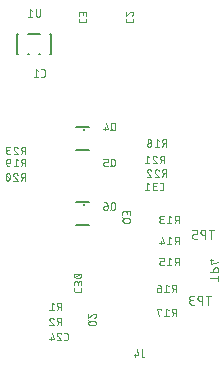
<source format=gbr>
From c3ca4f95bd59f69d45e582a4149327f57a360760 Mon Sep 17 00:00:00 2001
From: jaseg <git@jaseg.de>
Date: Sun, 30 Jan 2022 20:11:38 +0100
Subject: Rename gerbonara/gerber package to just gerbonara

---
 .../resources/eagle_files/silkscreen_bottom.gbr    | 5542 ++++++++++++++++++++
 1 file changed, 5542 insertions(+)
 create mode 100644 gerbonara/tests/resources/eagle_files/silkscreen_bottom.gbr

(limited to 'gerbonara/tests/resources/eagle_files/silkscreen_bottom.gbr')

diff --git a/gerbonara/tests/resources/eagle_files/silkscreen_bottom.gbr b/gerbonara/tests/resources/eagle_files/silkscreen_bottom.gbr
new file mode 100644
index 0000000..0b4ff05
--- /dev/null
+++ b/gerbonara/tests/resources/eagle_files/silkscreen_bottom.gbr
@@ -0,0 +1,5542 @@
+G04 EAGLE Gerber RS-274X export*
+G75*
+%MOMM*%
+%FSLAX34Y34*%
+%LPD*%
+%INSilkscreen Bottom*%
+%IPPOS*%
+%AMOC8*
+5,1,8,0,0,1.08239X$1,22.5*%
+G01*
+%ADD10C,0.050800*%
+%ADD11C,0.152400*%
+%ADD12C,0.076200*%
+%ADD13C,0.203200*%
+%ADD14C,0.300000*%
+
+
+D10*
+X119802Y231390D02*
+X119802Y229922D01*
+X119804Y229848D01*
+X119810Y229773D01*
+X119819Y229700D01*
+X119832Y229626D01*
+X119849Y229554D01*
+X119869Y229483D01*
+X119893Y229412D01*
+X119921Y229343D01*
+X119952Y229276D01*
+X119986Y229210D01*
+X120024Y229145D01*
+X120065Y229083D01*
+X120109Y229023D01*
+X120156Y228966D01*
+X120206Y228911D01*
+X120259Y228858D01*
+X120314Y228808D01*
+X120371Y228761D01*
+X120431Y228717D01*
+X120493Y228676D01*
+X120558Y228638D01*
+X120624Y228604D01*
+X120691Y228573D01*
+X120760Y228545D01*
+X120831Y228521D01*
+X120902Y228501D01*
+X120974Y228484D01*
+X121048Y228471D01*
+X121121Y228462D01*
+X121196Y228456D01*
+X121270Y228454D01*
+X121270Y228455D02*
+X124938Y228455D01*
+X124938Y228454D02*
+X125012Y228456D01*
+X125087Y228462D01*
+X125160Y228471D01*
+X125234Y228484D01*
+X125306Y228501D01*
+X125377Y228521D01*
+X125448Y228545D01*
+X125517Y228573D01*
+X125584Y228604D01*
+X125650Y228638D01*
+X125715Y228676D01*
+X125777Y228717D01*
+X125837Y228761D01*
+X125894Y228808D01*
+X125949Y228858D01*
+X126002Y228911D01*
+X126052Y228966D01*
+X126099Y229023D01*
+X126143Y229083D01*
+X126184Y229145D01*
+X126222Y229210D01*
+X126256Y229275D01*
+X126287Y229343D01*
+X126315Y229412D01*
+X126339Y229483D01*
+X126359Y229554D01*
+X126376Y229626D01*
+X126389Y229700D01*
+X126398Y229773D01*
+X126404Y229848D01*
+X126406Y229922D01*
+X126406Y231390D01*
+X119802Y233806D02*
+X119802Y235641D01*
+X119804Y235726D01*
+X119810Y235810D01*
+X119820Y235894D01*
+X119833Y235978D01*
+X119851Y236061D01*
+X119872Y236143D01*
+X119897Y236224D01*
+X119926Y236304D01*
+X119958Y236382D01*
+X119994Y236458D01*
+X120034Y236533D01*
+X120077Y236606D01*
+X120123Y236677D01*
+X120172Y236746D01*
+X120225Y236813D01*
+X120281Y236877D01*
+X120339Y236938D01*
+X120400Y236996D01*
+X120464Y237052D01*
+X120531Y237105D01*
+X120600Y237154D01*
+X120671Y237200D01*
+X120744Y237243D01*
+X120819Y237283D01*
+X120895Y237319D01*
+X120973Y237351D01*
+X121053Y237380D01*
+X121134Y237405D01*
+X121216Y237426D01*
+X121299Y237444D01*
+X121383Y237457D01*
+X121467Y237467D01*
+X121551Y237473D01*
+X121636Y237475D01*
+X121721Y237473D01*
+X121805Y237467D01*
+X121889Y237457D01*
+X121973Y237444D01*
+X122056Y237426D01*
+X122138Y237405D01*
+X122219Y237380D01*
+X122299Y237351D01*
+X122377Y237319D01*
+X122453Y237283D01*
+X122528Y237243D01*
+X122601Y237200D01*
+X122672Y237154D01*
+X122741Y237105D01*
+X122808Y237052D01*
+X122872Y236996D01*
+X122933Y236938D01*
+X122991Y236877D01*
+X123047Y236813D01*
+X123100Y236746D01*
+X123149Y236677D01*
+X123195Y236606D01*
+X123238Y236533D01*
+X123278Y236458D01*
+X123314Y236382D01*
+X123346Y236304D01*
+X123375Y236224D01*
+X123400Y236143D01*
+X123421Y236061D01*
+X123439Y235978D01*
+X123452Y235894D01*
+X123462Y235810D01*
+X123468Y235726D01*
+X123470Y235641D01*
+X126406Y236008D02*
+X126406Y233806D01*
+X126406Y236008D02*
+X126404Y236084D01*
+X126398Y236159D01*
+X126389Y236234D01*
+X126375Y236308D01*
+X126358Y236382D01*
+X126336Y236454D01*
+X126312Y236526D01*
+X126283Y236596D01*
+X126251Y236664D01*
+X126216Y236731D01*
+X126177Y236796D01*
+X126134Y236859D01*
+X126089Y236919D01*
+X126041Y236977D01*
+X125989Y237033D01*
+X125935Y237085D01*
+X125878Y237135D01*
+X125819Y237182D01*
+X125758Y237226D01*
+X125694Y237267D01*
+X125628Y237304D01*
+X125560Y237338D01*
+X125491Y237368D01*
+X125420Y237395D01*
+X125348Y237418D01*
+X125275Y237437D01*
+X125201Y237452D01*
+X125126Y237464D01*
+X125051Y237472D01*
+X124976Y237476D01*
+X124900Y237476D01*
+X124825Y237472D01*
+X124750Y237464D01*
+X124675Y237452D01*
+X124601Y237437D01*
+X124528Y237418D01*
+X124456Y237395D01*
+X124385Y237368D01*
+X124316Y237338D01*
+X124248Y237304D01*
+X124182Y237267D01*
+X124118Y237226D01*
+X124057Y237182D01*
+X123998Y237135D01*
+X123941Y237085D01*
+X123887Y237033D01*
+X123835Y236977D01*
+X123787Y236919D01*
+X123742Y236859D01*
+X123699Y236796D01*
+X123660Y236731D01*
+X123625Y236664D01*
+X123593Y236596D01*
+X123564Y236526D01*
+X123540Y236454D01*
+X123518Y236382D01*
+X123501Y236308D01*
+X123487Y236234D01*
+X123478Y236159D01*
+X123472Y236084D01*
+X123470Y236008D01*
+X123471Y236008D02*
+X123471Y234540D01*
+X123104Y240207D02*
+X123249Y240209D01*
+X123394Y240215D01*
+X123539Y240224D01*
+X123684Y240238D01*
+X123828Y240255D01*
+X123971Y240277D01*
+X124115Y240302D01*
+X124257Y240331D01*
+X124398Y240363D01*
+X124539Y240400D01*
+X124678Y240440D01*
+X124817Y240484D01*
+X124954Y240531D01*
+X125090Y240582D01*
+X125224Y240637D01*
+X125357Y240695D01*
+X125489Y240757D01*
+X125558Y240783D01*
+X125625Y240812D01*
+X125691Y240845D01*
+X125754Y240881D01*
+X125816Y240921D01*
+X125875Y240964D01*
+X125932Y241010D01*
+X125986Y241059D01*
+X126038Y241111D01*
+X126087Y241166D01*
+X126132Y241223D01*
+X126175Y241283D01*
+X126214Y241345D01*
+X126250Y241408D01*
+X126283Y241474D01*
+X126311Y241541D01*
+X126337Y241610D01*
+X126358Y241680D01*
+X126376Y241751D01*
+X126389Y241823D01*
+X126399Y241896D01*
+X126405Y241969D01*
+X126407Y242042D01*
+X126406Y242042D02*
+X126404Y242115D01*
+X126398Y242188D01*
+X126388Y242261D01*
+X126375Y242333D01*
+X126357Y242404D01*
+X126336Y242474D01*
+X126310Y242542D01*
+X126282Y242610D01*
+X126249Y242675D01*
+X126213Y242739D01*
+X126174Y242801D01*
+X126132Y242860D01*
+X126086Y242917D01*
+X126037Y242972D01*
+X125986Y243024D01*
+X125931Y243073D01*
+X125874Y243119D01*
+X125815Y243162D01*
+X125754Y243202D01*
+X125690Y243238D01*
+X125625Y243271D01*
+X125558Y243300D01*
+X125489Y243326D01*
+X125357Y243388D01*
+X125224Y243446D01*
+X125090Y243501D01*
+X124954Y243552D01*
+X124817Y243599D01*
+X124678Y243643D01*
+X124539Y243683D01*
+X124398Y243720D01*
+X124257Y243752D01*
+X124115Y243781D01*
+X123972Y243806D01*
+X123828Y243828D01*
+X123684Y243845D01*
+X123539Y243859D01*
+X123394Y243868D01*
+X123249Y243874D01*
+X123104Y243876D01*
+X123104Y240208D02*
+X122959Y240210D01*
+X122814Y240216D01*
+X122669Y240225D01*
+X122524Y240239D01*
+X122380Y240256D01*
+X122237Y240278D01*
+X122094Y240303D01*
+X121951Y240331D01*
+X121810Y240364D01*
+X121669Y240401D01*
+X121530Y240441D01*
+X121391Y240485D01*
+X121254Y240532D01*
+X121118Y240583D01*
+X120984Y240638D01*
+X120851Y240696D01*
+X120719Y240758D01*
+X120720Y240757D02*
+X120651Y240783D01*
+X120584Y240812D01*
+X120518Y240845D01*
+X120455Y240881D01*
+X120393Y240921D01*
+X120334Y240964D01*
+X120277Y241010D01*
+X120223Y241059D01*
+X120171Y241111D01*
+X120122Y241166D01*
+X120077Y241223D01*
+X120034Y241283D01*
+X119995Y241345D01*
+X119959Y241408D01*
+X119926Y241474D01*
+X119898Y241541D01*
+X119872Y241610D01*
+X119851Y241680D01*
+X119833Y241751D01*
+X119820Y241823D01*
+X119810Y241896D01*
+X119804Y241969D01*
+X119802Y242042D01*
+X120719Y243326D02*
+X120851Y243388D01*
+X120984Y243446D01*
+X121118Y243501D01*
+X121254Y243552D01*
+X121391Y243599D01*
+X121530Y243643D01*
+X121669Y243683D01*
+X121810Y243720D01*
+X121951Y243752D01*
+X122093Y243781D01*
+X122236Y243806D01*
+X122380Y243828D01*
+X122524Y243845D01*
+X122669Y243859D01*
+X122814Y243868D01*
+X122959Y243874D01*
+X123104Y243876D01*
+X120719Y243326D02*
+X120650Y243300D01*
+X120583Y243271D01*
+X120518Y243238D01*
+X120454Y243202D01*
+X120393Y243162D01*
+X120334Y243119D01*
+X120277Y243073D01*
+X120222Y243024D01*
+X120171Y242972D01*
+X120122Y242917D01*
+X120076Y242860D01*
+X120034Y242801D01*
+X119995Y242739D01*
+X119959Y242675D01*
+X119926Y242610D01*
+X119898Y242542D01*
+X119872Y242474D01*
+X119851Y242404D01*
+X119833Y242332D01*
+X119820Y242261D01*
+X119810Y242188D01*
+X119804Y242115D01*
+X119802Y242042D01*
+X121270Y240574D02*
+X124938Y243509D01*
+X162892Y286945D02*
+X165828Y286945D01*
+X165828Y286946D02*
+X165913Y286948D01*
+X165997Y286954D01*
+X166081Y286964D01*
+X166165Y286977D01*
+X166248Y286995D01*
+X166330Y287016D01*
+X166411Y287041D01*
+X166491Y287070D01*
+X166569Y287102D01*
+X166645Y287138D01*
+X166720Y287178D01*
+X166793Y287221D01*
+X166864Y287267D01*
+X166933Y287316D01*
+X167000Y287369D01*
+X167064Y287425D01*
+X167125Y287483D01*
+X167183Y287544D01*
+X167239Y287608D01*
+X167292Y287675D01*
+X167341Y287744D01*
+X167387Y287815D01*
+X167430Y287888D01*
+X167470Y287963D01*
+X167506Y288039D01*
+X167538Y288117D01*
+X167567Y288197D01*
+X167592Y288278D01*
+X167613Y288360D01*
+X167631Y288443D01*
+X167644Y288527D01*
+X167654Y288611D01*
+X167660Y288695D01*
+X167662Y288780D01*
+X167660Y288865D01*
+X167654Y288949D01*
+X167644Y289033D01*
+X167631Y289117D01*
+X167613Y289200D01*
+X167592Y289282D01*
+X167567Y289363D01*
+X167538Y289443D01*
+X167506Y289521D01*
+X167470Y289597D01*
+X167430Y289672D01*
+X167387Y289745D01*
+X167341Y289816D01*
+X167292Y289885D01*
+X167239Y289952D01*
+X167183Y290016D01*
+X167125Y290077D01*
+X167064Y290135D01*
+X167000Y290191D01*
+X166933Y290244D01*
+X166864Y290293D01*
+X166793Y290339D01*
+X166720Y290382D01*
+X166645Y290422D01*
+X166569Y290458D01*
+X166491Y290490D01*
+X166411Y290519D01*
+X166330Y290544D01*
+X166248Y290565D01*
+X166165Y290583D01*
+X166081Y290596D01*
+X165997Y290606D01*
+X165913Y290612D01*
+X165828Y290614D01*
+X162892Y290614D01*
+X162807Y290612D01*
+X162723Y290606D01*
+X162639Y290596D01*
+X162555Y290583D01*
+X162472Y290565D01*
+X162390Y290544D01*
+X162309Y290519D01*
+X162229Y290490D01*
+X162151Y290458D01*
+X162075Y290422D01*
+X162000Y290382D01*
+X161927Y290339D01*
+X161856Y290293D01*
+X161787Y290244D01*
+X161720Y290191D01*
+X161656Y290135D01*
+X161595Y290077D01*
+X161537Y290016D01*
+X161481Y289952D01*
+X161428Y289885D01*
+X161379Y289816D01*
+X161333Y289745D01*
+X161290Y289672D01*
+X161250Y289597D01*
+X161214Y289521D01*
+X161182Y289443D01*
+X161153Y289363D01*
+X161128Y289282D01*
+X161107Y289200D01*
+X161089Y289117D01*
+X161076Y289033D01*
+X161066Y288949D01*
+X161060Y288865D01*
+X161058Y288780D01*
+X161060Y288695D01*
+X161066Y288611D01*
+X161076Y288527D01*
+X161089Y288443D01*
+X161107Y288360D01*
+X161128Y288278D01*
+X161153Y288197D01*
+X161182Y288117D01*
+X161214Y288039D01*
+X161250Y287963D01*
+X161290Y287888D01*
+X161333Y287815D01*
+X161379Y287744D01*
+X161428Y287675D01*
+X161481Y287608D01*
+X161537Y287544D01*
+X161595Y287483D01*
+X161656Y287425D01*
+X161720Y287369D01*
+X161787Y287316D01*
+X161856Y287267D01*
+X161927Y287221D01*
+X162000Y287178D01*
+X162075Y287138D01*
+X162151Y287102D01*
+X162229Y287070D01*
+X162309Y287041D01*
+X162390Y287016D01*
+X162472Y286995D01*
+X162555Y286977D01*
+X162639Y286964D01*
+X162723Y286954D01*
+X162807Y286948D01*
+X162892Y286946D01*
+X162526Y289880D02*
+X161058Y291348D01*
+X161058Y293206D02*
+X161058Y295040D01*
+X161060Y295125D01*
+X161066Y295209D01*
+X161076Y295293D01*
+X161089Y295377D01*
+X161107Y295460D01*
+X161128Y295542D01*
+X161153Y295623D01*
+X161182Y295703D01*
+X161214Y295781D01*
+X161250Y295857D01*
+X161290Y295932D01*
+X161333Y296005D01*
+X161379Y296076D01*
+X161428Y296145D01*
+X161481Y296212D01*
+X161537Y296276D01*
+X161595Y296337D01*
+X161656Y296395D01*
+X161720Y296451D01*
+X161787Y296504D01*
+X161856Y296553D01*
+X161927Y296599D01*
+X162000Y296642D01*
+X162075Y296682D01*
+X162151Y296718D01*
+X162229Y296750D01*
+X162309Y296779D01*
+X162390Y296804D01*
+X162472Y296825D01*
+X162555Y296843D01*
+X162639Y296856D01*
+X162723Y296866D01*
+X162807Y296872D01*
+X162892Y296874D01*
+X162977Y296872D01*
+X163061Y296866D01*
+X163145Y296856D01*
+X163229Y296843D01*
+X163312Y296825D01*
+X163394Y296804D01*
+X163475Y296779D01*
+X163555Y296750D01*
+X163633Y296718D01*
+X163709Y296682D01*
+X163784Y296642D01*
+X163857Y296599D01*
+X163928Y296553D01*
+X163997Y296504D01*
+X164064Y296451D01*
+X164128Y296395D01*
+X164189Y296337D01*
+X164247Y296276D01*
+X164303Y296212D01*
+X164356Y296145D01*
+X164405Y296076D01*
+X164451Y296005D01*
+X164494Y295932D01*
+X164534Y295857D01*
+X164570Y295781D01*
+X164602Y295703D01*
+X164631Y295623D01*
+X164656Y295542D01*
+X164677Y295460D01*
+X164695Y295377D01*
+X164708Y295293D01*
+X164718Y295209D01*
+X164724Y295125D01*
+X164726Y295040D01*
+X167662Y295407D02*
+X167662Y293206D01*
+X167662Y295407D02*
+X167660Y295483D01*
+X167654Y295558D01*
+X167645Y295633D01*
+X167631Y295707D01*
+X167614Y295781D01*
+X167592Y295853D01*
+X167568Y295925D01*
+X167539Y295995D01*
+X167507Y296063D01*
+X167472Y296130D01*
+X167433Y296195D01*
+X167390Y296258D01*
+X167345Y296318D01*
+X167297Y296376D01*
+X167245Y296432D01*
+X167191Y296484D01*
+X167134Y296534D01*
+X167075Y296581D01*
+X167014Y296625D01*
+X166950Y296666D01*
+X166884Y296703D01*
+X166816Y296737D01*
+X166747Y296767D01*
+X166676Y296794D01*
+X166604Y296817D01*
+X166531Y296836D01*
+X166457Y296851D01*
+X166382Y296863D01*
+X166307Y296871D01*
+X166232Y296875D01*
+X166156Y296875D01*
+X166081Y296871D01*
+X166006Y296863D01*
+X165931Y296851D01*
+X165857Y296836D01*
+X165784Y296817D01*
+X165712Y296794D01*
+X165641Y296767D01*
+X165572Y296737D01*
+X165504Y296703D01*
+X165438Y296666D01*
+X165374Y296625D01*
+X165313Y296581D01*
+X165254Y296534D01*
+X165197Y296484D01*
+X165143Y296432D01*
+X165091Y296376D01*
+X165043Y296318D01*
+X164998Y296258D01*
+X164955Y296195D01*
+X164916Y296130D01*
+X164881Y296063D01*
+X164849Y295995D01*
+X164820Y295925D01*
+X164796Y295853D01*
+X164774Y295781D01*
+X164757Y295707D01*
+X164743Y295633D01*
+X164734Y295558D01*
+X164728Y295483D01*
+X164726Y295407D01*
+X164727Y295407D02*
+X164727Y293940D01*
+X136872Y200057D02*
+X133936Y200057D01*
+X136872Y200057D02*
+X136957Y200059D01*
+X137041Y200065D01*
+X137125Y200075D01*
+X137209Y200088D01*
+X137292Y200106D01*
+X137374Y200127D01*
+X137455Y200152D01*
+X137535Y200181D01*
+X137613Y200213D01*
+X137689Y200249D01*
+X137764Y200289D01*
+X137837Y200332D01*
+X137908Y200378D01*
+X137977Y200427D01*
+X138044Y200480D01*
+X138108Y200536D01*
+X138169Y200594D01*
+X138227Y200655D01*
+X138283Y200719D01*
+X138336Y200786D01*
+X138385Y200855D01*
+X138431Y200926D01*
+X138474Y200999D01*
+X138514Y201074D01*
+X138550Y201150D01*
+X138582Y201228D01*
+X138611Y201308D01*
+X138636Y201389D01*
+X138657Y201471D01*
+X138675Y201554D01*
+X138688Y201638D01*
+X138698Y201722D01*
+X138704Y201806D01*
+X138706Y201891D01*
+X138704Y201976D01*
+X138698Y202060D01*
+X138688Y202144D01*
+X138675Y202228D01*
+X138657Y202311D01*
+X138636Y202393D01*
+X138611Y202474D01*
+X138582Y202554D01*
+X138550Y202632D01*
+X138514Y202708D01*
+X138474Y202783D01*
+X138431Y202856D01*
+X138385Y202927D01*
+X138336Y202996D01*
+X138283Y203063D01*
+X138227Y203127D01*
+X138169Y203188D01*
+X138108Y203246D01*
+X138044Y203302D01*
+X137977Y203355D01*
+X137908Y203404D01*
+X137837Y203450D01*
+X137764Y203493D01*
+X137689Y203533D01*
+X137613Y203569D01*
+X137535Y203601D01*
+X137455Y203630D01*
+X137374Y203655D01*
+X137292Y203676D01*
+X137209Y203694D01*
+X137125Y203707D01*
+X137041Y203717D01*
+X136957Y203723D01*
+X136872Y203725D01*
+X133936Y203725D01*
+X133851Y203723D01*
+X133767Y203717D01*
+X133683Y203707D01*
+X133599Y203694D01*
+X133516Y203676D01*
+X133434Y203655D01*
+X133353Y203630D01*
+X133273Y203601D01*
+X133195Y203569D01*
+X133119Y203533D01*
+X133044Y203493D01*
+X132971Y203450D01*
+X132900Y203404D01*
+X132831Y203355D01*
+X132764Y203302D01*
+X132700Y203246D01*
+X132639Y203188D01*
+X132581Y203127D01*
+X132525Y203063D01*
+X132472Y202996D01*
+X132423Y202927D01*
+X132377Y202856D01*
+X132334Y202783D01*
+X132294Y202708D01*
+X132258Y202632D01*
+X132226Y202554D01*
+X132197Y202474D01*
+X132172Y202393D01*
+X132151Y202311D01*
+X132133Y202228D01*
+X132120Y202144D01*
+X132110Y202060D01*
+X132104Y201976D01*
+X132102Y201891D01*
+X132104Y201806D01*
+X132110Y201722D01*
+X132120Y201638D01*
+X132133Y201554D01*
+X132151Y201471D01*
+X132172Y201389D01*
+X132197Y201308D01*
+X132226Y201228D01*
+X132258Y201150D01*
+X132294Y201074D01*
+X132334Y200999D01*
+X132377Y200926D01*
+X132423Y200855D01*
+X132472Y200786D01*
+X132525Y200719D01*
+X132581Y200655D01*
+X132639Y200594D01*
+X132700Y200536D01*
+X132764Y200480D01*
+X132831Y200427D01*
+X132900Y200378D01*
+X132971Y200332D01*
+X133044Y200289D01*
+X133119Y200249D01*
+X133195Y200213D01*
+X133273Y200181D01*
+X133353Y200152D01*
+X133434Y200127D01*
+X133516Y200106D01*
+X133599Y200088D01*
+X133683Y200075D01*
+X133767Y200065D01*
+X133851Y200059D01*
+X133936Y200057D01*
+X133570Y202992D02*
+X132102Y204459D01*
+X137055Y209986D02*
+X137134Y209984D01*
+X137212Y209979D01*
+X137290Y209969D01*
+X137367Y209956D01*
+X137444Y209939D01*
+X137520Y209919D01*
+X137595Y209895D01*
+X137669Y209868D01*
+X137741Y209837D01*
+X137812Y209802D01*
+X137881Y209765D01*
+X137948Y209724D01*
+X138013Y209680D01*
+X138076Y209633D01*
+X138136Y209583D01*
+X138194Y209530D01*
+X138250Y209474D01*
+X138303Y209416D01*
+X138353Y209356D01*
+X138400Y209293D01*
+X138444Y209228D01*
+X138485Y209161D01*
+X138522Y209092D01*
+X138557Y209021D01*
+X138588Y208949D01*
+X138615Y208875D01*
+X138639Y208800D01*
+X138659Y208724D01*
+X138676Y208647D01*
+X138689Y208570D01*
+X138699Y208492D01*
+X138704Y208414D01*
+X138706Y208335D01*
+X138704Y208246D01*
+X138699Y208157D01*
+X138689Y208069D01*
+X138676Y207981D01*
+X138660Y207894D01*
+X138639Y207807D01*
+X138615Y207722D01*
+X138588Y207637D01*
+X138557Y207554D01*
+X138522Y207472D01*
+X138484Y207391D01*
+X138443Y207312D01*
+X138399Y207236D01*
+X138351Y207160D01*
+X138300Y207087D01*
+X138247Y207017D01*
+X138190Y206948D01*
+X138130Y206882D01*
+X138068Y206819D01*
+X138003Y206758D01*
+X137936Y206700D01*
+X137866Y206645D01*
+X137794Y206592D01*
+X137720Y206543D01*
+X137644Y206497D01*
+X137566Y206455D01*
+X137486Y206415D01*
+X137405Y206379D01*
+X137322Y206346D01*
+X137238Y206317D01*
+X135771Y209436D02*
+X135827Y209492D01*
+X135886Y209546D01*
+X135947Y209597D01*
+X136011Y209646D01*
+X136076Y209691D01*
+X136144Y209734D01*
+X136213Y209773D01*
+X136284Y209810D01*
+X136357Y209843D01*
+X136431Y209872D01*
+X136506Y209899D01*
+X136582Y209922D01*
+X136660Y209941D01*
+X136738Y209957D01*
+X136816Y209970D01*
+X136896Y209979D01*
+X136975Y209984D01*
+X137055Y209986D01*
+X135771Y209436D02*
+X132102Y206317D01*
+X132102Y209986D01*
+X208876Y286258D02*
+X208876Y292862D01*
+X207041Y292862D01*
+X206956Y292860D01*
+X206872Y292854D01*
+X206788Y292844D01*
+X206704Y292831D01*
+X206621Y292813D01*
+X206539Y292792D01*
+X206458Y292767D01*
+X206378Y292738D01*
+X206300Y292706D01*
+X206224Y292670D01*
+X206149Y292630D01*
+X206076Y292587D01*
+X206005Y292541D01*
+X205936Y292492D01*
+X205869Y292439D01*
+X205805Y292383D01*
+X205744Y292325D01*
+X205686Y292264D01*
+X205630Y292200D01*
+X205577Y292133D01*
+X205528Y292064D01*
+X205482Y291993D01*
+X205439Y291920D01*
+X205399Y291845D01*
+X205363Y291769D01*
+X205331Y291691D01*
+X205302Y291611D01*
+X205277Y291530D01*
+X205256Y291448D01*
+X205238Y291365D01*
+X205225Y291281D01*
+X205215Y291197D01*
+X205209Y291113D01*
+X205207Y291028D01*
+X205209Y290943D01*
+X205215Y290859D01*
+X205225Y290775D01*
+X205238Y290691D01*
+X205256Y290608D01*
+X205277Y290526D01*
+X205302Y290445D01*
+X205331Y290365D01*
+X205363Y290287D01*
+X205399Y290211D01*
+X205439Y290136D01*
+X205482Y290063D01*
+X205528Y289992D01*
+X205577Y289923D01*
+X205630Y289856D01*
+X205686Y289792D01*
+X205744Y289731D01*
+X205805Y289673D01*
+X205869Y289617D01*
+X205936Y289564D01*
+X206005Y289515D01*
+X206076Y289469D01*
+X206149Y289426D01*
+X206224Y289386D01*
+X206300Y289350D01*
+X206378Y289318D01*
+X206458Y289289D01*
+X206539Y289264D01*
+X206621Y289243D01*
+X206704Y289225D01*
+X206788Y289212D01*
+X206872Y289202D01*
+X206956Y289196D01*
+X207041Y289194D01*
+X207041Y289193D02*
+X208876Y289193D01*
+X206674Y289193D02*
+X205207Y286258D01*
+X202514Y291394D02*
+X200680Y292862D01*
+X200680Y286258D01*
+X202514Y286258D02*
+X198845Y286258D01*
+X196113Y286258D02*
+X194279Y286258D01*
+X194194Y286260D01*
+X194110Y286266D01*
+X194026Y286276D01*
+X193942Y286289D01*
+X193859Y286307D01*
+X193777Y286328D01*
+X193696Y286353D01*
+X193616Y286382D01*
+X193538Y286414D01*
+X193462Y286450D01*
+X193387Y286490D01*
+X193314Y286533D01*
+X193243Y286579D01*
+X193174Y286628D01*
+X193107Y286681D01*
+X193043Y286737D01*
+X192982Y286795D01*
+X192924Y286856D01*
+X192868Y286920D01*
+X192815Y286987D01*
+X192766Y287056D01*
+X192720Y287127D01*
+X192677Y287200D01*
+X192637Y287275D01*
+X192601Y287351D01*
+X192569Y287429D01*
+X192540Y287509D01*
+X192515Y287590D01*
+X192494Y287672D01*
+X192476Y287755D01*
+X192463Y287839D01*
+X192453Y287923D01*
+X192447Y288007D01*
+X192445Y288092D01*
+X192447Y288177D01*
+X192453Y288261D01*
+X192463Y288345D01*
+X192476Y288429D01*
+X192494Y288512D01*
+X192515Y288594D01*
+X192540Y288675D01*
+X192569Y288755D01*
+X192601Y288833D01*
+X192637Y288909D01*
+X192677Y288984D01*
+X192720Y289057D01*
+X192766Y289128D01*
+X192815Y289197D01*
+X192868Y289264D01*
+X192924Y289328D01*
+X192982Y289389D01*
+X193043Y289447D01*
+X193107Y289503D01*
+X193174Y289556D01*
+X193243Y289605D01*
+X193314Y289651D01*
+X193387Y289694D01*
+X193462Y289734D01*
+X193538Y289770D01*
+X193616Y289802D01*
+X193696Y289831D01*
+X193777Y289856D01*
+X193859Y289877D01*
+X193942Y289895D01*
+X194026Y289908D01*
+X194110Y289918D01*
+X194194Y289924D01*
+X194279Y289926D01*
+X193912Y292862D02*
+X196113Y292862D01*
+X193912Y292862D02*
+X193836Y292860D01*
+X193761Y292854D01*
+X193686Y292845D01*
+X193612Y292831D01*
+X193538Y292814D01*
+X193466Y292792D01*
+X193394Y292768D01*
+X193324Y292739D01*
+X193256Y292707D01*
+X193189Y292672D01*
+X193124Y292633D01*
+X193061Y292590D01*
+X193001Y292545D01*
+X192943Y292497D01*
+X192887Y292445D01*
+X192835Y292391D01*
+X192785Y292334D01*
+X192738Y292275D01*
+X192694Y292214D01*
+X192653Y292150D01*
+X192616Y292084D01*
+X192582Y292016D01*
+X192552Y291947D01*
+X192525Y291876D01*
+X192502Y291804D01*
+X192483Y291731D01*
+X192468Y291657D01*
+X192456Y291582D01*
+X192448Y291507D01*
+X192444Y291432D01*
+X192444Y291356D01*
+X192448Y291281D01*
+X192456Y291206D01*
+X192468Y291131D01*
+X192483Y291057D01*
+X192502Y290984D01*
+X192525Y290912D01*
+X192552Y290841D01*
+X192582Y290772D01*
+X192616Y290704D01*
+X192653Y290638D01*
+X192694Y290574D01*
+X192738Y290513D01*
+X192785Y290454D01*
+X192835Y290397D01*
+X192887Y290343D01*
+X192943Y290291D01*
+X193001Y290243D01*
+X193061Y290198D01*
+X193124Y290155D01*
+X193189Y290116D01*
+X193256Y290081D01*
+X193324Y290049D01*
+X193394Y290020D01*
+X193466Y289996D01*
+X193538Y289974D01*
+X193612Y289957D01*
+X193686Y289943D01*
+X193761Y289934D01*
+X193836Y289928D01*
+X193912Y289926D01*
+X193912Y289927D02*
+X195379Y289927D01*
+X206586Y234442D02*
+X206586Y227838D01*
+X206586Y234442D02*
+X204751Y234442D01*
+X204666Y234440D01*
+X204582Y234434D01*
+X204498Y234424D01*
+X204414Y234411D01*
+X204331Y234393D01*
+X204249Y234372D01*
+X204168Y234347D01*
+X204088Y234318D01*
+X204010Y234286D01*
+X203934Y234250D01*
+X203859Y234210D01*
+X203786Y234167D01*
+X203715Y234121D01*
+X203646Y234072D01*
+X203579Y234019D01*
+X203515Y233963D01*
+X203454Y233905D01*
+X203396Y233844D01*
+X203340Y233780D01*
+X203287Y233713D01*
+X203238Y233644D01*
+X203192Y233573D01*
+X203149Y233500D01*
+X203109Y233425D01*
+X203073Y233349D01*
+X203041Y233271D01*
+X203012Y233191D01*
+X202987Y233110D01*
+X202966Y233028D01*
+X202948Y232945D01*
+X202935Y232861D01*
+X202925Y232777D01*
+X202919Y232693D01*
+X202917Y232608D01*
+X202919Y232523D01*
+X202925Y232439D01*
+X202935Y232355D01*
+X202948Y232271D01*
+X202966Y232188D01*
+X202987Y232106D01*
+X203012Y232025D01*
+X203041Y231945D01*
+X203073Y231867D01*
+X203109Y231791D01*
+X203149Y231716D01*
+X203192Y231643D01*
+X203238Y231572D01*
+X203287Y231503D01*
+X203340Y231436D01*
+X203396Y231372D01*
+X203454Y231311D01*
+X203515Y231253D01*
+X203579Y231197D01*
+X203646Y231144D01*
+X203715Y231095D01*
+X203786Y231049D01*
+X203859Y231006D01*
+X203934Y230966D01*
+X204010Y230930D01*
+X204088Y230898D01*
+X204168Y230869D01*
+X204249Y230844D01*
+X204331Y230823D01*
+X204414Y230805D01*
+X204498Y230792D01*
+X204582Y230782D01*
+X204666Y230776D01*
+X204751Y230774D01*
+X204751Y230773D02*
+X206586Y230773D01*
+X204384Y230773D02*
+X202917Y227838D01*
+X200224Y232974D02*
+X198390Y234442D01*
+X198390Y227838D01*
+X200224Y227838D02*
+X196555Y227838D01*
+X193823Y231507D02*
+X191622Y231507D01*
+X191548Y231505D01*
+X191473Y231499D01*
+X191400Y231490D01*
+X191326Y231477D01*
+X191254Y231460D01*
+X191183Y231440D01*
+X191112Y231416D01*
+X191043Y231388D01*
+X190976Y231357D01*
+X190910Y231323D01*
+X190845Y231285D01*
+X190783Y231244D01*
+X190723Y231200D01*
+X190666Y231153D01*
+X190611Y231103D01*
+X190558Y231050D01*
+X190508Y230995D01*
+X190461Y230938D01*
+X190417Y230878D01*
+X190376Y230816D01*
+X190338Y230751D01*
+X190304Y230685D01*
+X190273Y230618D01*
+X190245Y230549D01*
+X190221Y230478D01*
+X190201Y230407D01*
+X190184Y230335D01*
+X190171Y230261D01*
+X190162Y230188D01*
+X190156Y230113D01*
+X190154Y230039D01*
+X190154Y229672D01*
+X190155Y229672D02*
+X190157Y229587D01*
+X190163Y229503D01*
+X190173Y229419D01*
+X190186Y229335D01*
+X190204Y229252D01*
+X190225Y229170D01*
+X190250Y229089D01*
+X190279Y229009D01*
+X190311Y228931D01*
+X190347Y228855D01*
+X190387Y228780D01*
+X190430Y228707D01*
+X190476Y228636D01*
+X190525Y228567D01*
+X190578Y228500D01*
+X190634Y228436D01*
+X190692Y228375D01*
+X190753Y228317D01*
+X190817Y228261D01*
+X190884Y228208D01*
+X190953Y228159D01*
+X191024Y228113D01*
+X191097Y228070D01*
+X191172Y228030D01*
+X191248Y227994D01*
+X191326Y227962D01*
+X191406Y227933D01*
+X191487Y227908D01*
+X191569Y227887D01*
+X191652Y227869D01*
+X191736Y227856D01*
+X191820Y227846D01*
+X191904Y227840D01*
+X191989Y227838D01*
+X192074Y227840D01*
+X192158Y227846D01*
+X192242Y227856D01*
+X192326Y227869D01*
+X192409Y227887D01*
+X192491Y227908D01*
+X192572Y227933D01*
+X192652Y227962D01*
+X192730Y227994D01*
+X192806Y228030D01*
+X192881Y228070D01*
+X192954Y228113D01*
+X193025Y228159D01*
+X193094Y228208D01*
+X193161Y228261D01*
+X193225Y228317D01*
+X193286Y228375D01*
+X193344Y228436D01*
+X193400Y228500D01*
+X193453Y228567D01*
+X193502Y228636D01*
+X193548Y228707D01*
+X193591Y228780D01*
+X193631Y228855D01*
+X193667Y228931D01*
+X193699Y229009D01*
+X193728Y229089D01*
+X193753Y229170D01*
+X193774Y229252D01*
+X193792Y229335D01*
+X193805Y229419D01*
+X193815Y229503D01*
+X193821Y229587D01*
+X193823Y229672D01*
+X193823Y231507D01*
+X193821Y231614D01*
+X193815Y231721D01*
+X193805Y231828D01*
+X193792Y231934D01*
+X193774Y232040D01*
+X193753Y232145D01*
+X193728Y232249D01*
+X193699Y232353D01*
+X193666Y232455D01*
+X193629Y232555D01*
+X193589Y232655D01*
+X193545Y232753D01*
+X193498Y232849D01*
+X193447Y232943D01*
+X193393Y233036D01*
+X193336Y233126D01*
+X193275Y233215D01*
+X193211Y233301D01*
+X193144Y233384D01*
+X193074Y233466D01*
+X193001Y233544D01*
+X192925Y233620D01*
+X192847Y233693D01*
+X192765Y233763D01*
+X192682Y233830D01*
+X192596Y233894D01*
+X192507Y233955D01*
+X192417Y234012D01*
+X192324Y234066D01*
+X192230Y234117D01*
+X192134Y234164D01*
+X192036Y234208D01*
+X191937Y234248D01*
+X191836Y234285D01*
+X191734Y234318D01*
+X191630Y234347D01*
+X191526Y234372D01*
+X191421Y234393D01*
+X191315Y234411D01*
+X191209Y234424D01*
+X191102Y234434D01*
+X190995Y234440D01*
+X190888Y234442D01*
+X206586Y214122D02*
+X206586Y207518D01*
+X206586Y214122D02*
+X204751Y214122D01*
+X204666Y214120D01*
+X204582Y214114D01*
+X204498Y214104D01*
+X204414Y214091D01*
+X204331Y214073D01*
+X204249Y214052D01*
+X204168Y214027D01*
+X204088Y213998D01*
+X204010Y213966D01*
+X203934Y213930D01*
+X203859Y213890D01*
+X203786Y213847D01*
+X203715Y213801D01*
+X203646Y213752D01*
+X203579Y213699D01*
+X203515Y213643D01*
+X203454Y213585D01*
+X203396Y213524D01*
+X203340Y213460D01*
+X203287Y213393D01*
+X203238Y213324D01*
+X203192Y213253D01*
+X203149Y213180D01*
+X203109Y213105D01*
+X203073Y213029D01*
+X203041Y212951D01*
+X203012Y212871D01*
+X202987Y212790D01*
+X202966Y212708D01*
+X202948Y212625D01*
+X202935Y212541D01*
+X202925Y212457D01*
+X202919Y212373D01*
+X202917Y212288D01*
+X202919Y212203D01*
+X202925Y212119D01*
+X202935Y212035D01*
+X202948Y211951D01*
+X202966Y211868D01*
+X202987Y211786D01*
+X203012Y211705D01*
+X203041Y211625D01*
+X203073Y211547D01*
+X203109Y211471D01*
+X203149Y211396D01*
+X203192Y211323D01*
+X203238Y211252D01*
+X203287Y211183D01*
+X203340Y211116D01*
+X203396Y211052D01*
+X203454Y210991D01*
+X203515Y210933D01*
+X203579Y210877D01*
+X203646Y210824D01*
+X203715Y210775D01*
+X203786Y210729D01*
+X203859Y210686D01*
+X203934Y210646D01*
+X204010Y210610D01*
+X204088Y210578D01*
+X204168Y210549D01*
+X204249Y210524D01*
+X204331Y210503D01*
+X204414Y210485D01*
+X204498Y210472D01*
+X204582Y210462D01*
+X204666Y210456D01*
+X204751Y210454D01*
+X204751Y210453D02*
+X206586Y210453D01*
+X204384Y210453D02*
+X202917Y207518D01*
+X200224Y212654D02*
+X198390Y214122D01*
+X198390Y207518D01*
+X200224Y207518D02*
+X196555Y207518D01*
+X193823Y213388D02*
+X193823Y214122D01*
+X190154Y214122D01*
+X191989Y207518D01*
+X208876Y250698D02*
+X208876Y257302D01*
+X207041Y257302D01*
+X206956Y257300D01*
+X206872Y257294D01*
+X206788Y257284D01*
+X206704Y257271D01*
+X206621Y257253D01*
+X206539Y257232D01*
+X206458Y257207D01*
+X206378Y257178D01*
+X206300Y257146D01*
+X206224Y257110D01*
+X206149Y257070D01*
+X206076Y257027D01*
+X206005Y256981D01*
+X205936Y256932D01*
+X205869Y256879D01*
+X205805Y256823D01*
+X205744Y256765D01*
+X205686Y256704D01*
+X205630Y256640D01*
+X205577Y256573D01*
+X205528Y256504D01*
+X205482Y256433D01*
+X205439Y256360D01*
+X205399Y256285D01*
+X205363Y256209D01*
+X205331Y256131D01*
+X205302Y256051D01*
+X205277Y255970D01*
+X205256Y255888D01*
+X205238Y255805D01*
+X205225Y255721D01*
+X205215Y255637D01*
+X205209Y255553D01*
+X205207Y255468D01*
+X205209Y255383D01*
+X205215Y255299D01*
+X205225Y255215D01*
+X205238Y255131D01*
+X205256Y255048D01*
+X205277Y254966D01*
+X205302Y254885D01*
+X205331Y254805D01*
+X205363Y254727D01*
+X205399Y254651D01*
+X205439Y254576D01*
+X205482Y254503D01*
+X205528Y254432D01*
+X205577Y254363D01*
+X205630Y254296D01*
+X205686Y254232D01*
+X205744Y254171D01*
+X205805Y254113D01*
+X205869Y254057D01*
+X205936Y254004D01*
+X206005Y253955D01*
+X206076Y253909D01*
+X206149Y253866D01*
+X206224Y253826D01*
+X206300Y253790D01*
+X206378Y253758D01*
+X206458Y253729D01*
+X206539Y253704D01*
+X206621Y253683D01*
+X206704Y253665D01*
+X206788Y253652D01*
+X206872Y253642D01*
+X206956Y253636D01*
+X207041Y253634D01*
+X207041Y253633D02*
+X208876Y253633D01*
+X206674Y253633D02*
+X205207Y250698D01*
+X202514Y255834D02*
+X200680Y257302D01*
+X200680Y250698D01*
+X202514Y250698D02*
+X198845Y250698D01*
+X196113Y250698D02*
+X193912Y250698D01*
+X193838Y250700D01*
+X193763Y250706D01*
+X193690Y250715D01*
+X193616Y250728D01*
+X193544Y250745D01*
+X193473Y250765D01*
+X193402Y250789D01*
+X193333Y250817D01*
+X193266Y250848D01*
+X193200Y250882D01*
+X193135Y250920D01*
+X193073Y250961D01*
+X193013Y251005D01*
+X192956Y251052D01*
+X192901Y251102D01*
+X192848Y251155D01*
+X192798Y251210D01*
+X192751Y251267D01*
+X192707Y251327D01*
+X192666Y251389D01*
+X192628Y251454D01*
+X192594Y251519D01*
+X192563Y251587D01*
+X192535Y251656D01*
+X192511Y251727D01*
+X192491Y251798D01*
+X192474Y251870D01*
+X192461Y251944D01*
+X192452Y252017D01*
+X192446Y252092D01*
+X192444Y252166D01*
+X192444Y252899D01*
+X192446Y252973D01*
+X192452Y253048D01*
+X192461Y253121D01*
+X192474Y253195D01*
+X192491Y253267D01*
+X192511Y253338D01*
+X192535Y253409D01*
+X192563Y253478D01*
+X192594Y253545D01*
+X192628Y253611D01*
+X192666Y253676D01*
+X192707Y253738D01*
+X192751Y253798D01*
+X192798Y253855D01*
+X192848Y253910D01*
+X192901Y253963D01*
+X192956Y254013D01*
+X193013Y254060D01*
+X193073Y254104D01*
+X193135Y254145D01*
+X193200Y254183D01*
+X193266Y254217D01*
+X193333Y254248D01*
+X193402Y254276D01*
+X193473Y254300D01*
+X193544Y254320D01*
+X193616Y254337D01*
+X193690Y254350D01*
+X193763Y254359D01*
+X193838Y254365D01*
+X193912Y254367D01*
+X196113Y254367D01*
+X196113Y257302D01*
+X192444Y257302D01*
+X109345Y206502D02*
+X109345Y199898D01*
+X109345Y206502D02*
+X107510Y206502D01*
+X107425Y206500D01*
+X107341Y206494D01*
+X107257Y206484D01*
+X107173Y206471D01*
+X107090Y206453D01*
+X107008Y206432D01*
+X106927Y206407D01*
+X106847Y206378D01*
+X106769Y206346D01*
+X106693Y206310D01*
+X106618Y206270D01*
+X106545Y206227D01*
+X106474Y206181D01*
+X106405Y206132D01*
+X106338Y206079D01*
+X106274Y206023D01*
+X106213Y205965D01*
+X106155Y205904D01*
+X106099Y205840D01*
+X106046Y205773D01*
+X105997Y205704D01*
+X105951Y205633D01*
+X105908Y205560D01*
+X105868Y205485D01*
+X105832Y205409D01*
+X105800Y205331D01*
+X105771Y205251D01*
+X105746Y205170D01*
+X105725Y205088D01*
+X105707Y205005D01*
+X105694Y204921D01*
+X105684Y204837D01*
+X105678Y204753D01*
+X105676Y204668D01*
+X105678Y204583D01*
+X105684Y204499D01*
+X105694Y204415D01*
+X105707Y204331D01*
+X105725Y204248D01*
+X105746Y204166D01*
+X105771Y204085D01*
+X105800Y204005D01*
+X105832Y203927D01*
+X105868Y203851D01*
+X105908Y203776D01*
+X105951Y203703D01*
+X105997Y203632D01*
+X106046Y203563D01*
+X106099Y203496D01*
+X106155Y203432D01*
+X106213Y203371D01*
+X106274Y203313D01*
+X106338Y203257D01*
+X106405Y203204D01*
+X106474Y203155D01*
+X106545Y203109D01*
+X106618Y203066D01*
+X106693Y203026D01*
+X106769Y202990D01*
+X106847Y202958D01*
+X106927Y202929D01*
+X107008Y202904D01*
+X107090Y202883D01*
+X107173Y202865D01*
+X107257Y202852D01*
+X107341Y202842D01*
+X107425Y202836D01*
+X107510Y202834D01*
+X107510Y202833D02*
+X109345Y202833D01*
+X107143Y202833D02*
+X105676Y199898D01*
+X99314Y204851D02*
+X99316Y204930D01*
+X99321Y205008D01*
+X99331Y205086D01*
+X99344Y205163D01*
+X99361Y205240D01*
+X99381Y205316D01*
+X99405Y205391D01*
+X99432Y205465D01*
+X99463Y205537D01*
+X99498Y205608D01*
+X99535Y205677D01*
+X99576Y205744D01*
+X99620Y205809D01*
+X99667Y205872D01*
+X99717Y205932D01*
+X99770Y205990D01*
+X99826Y206046D01*
+X99884Y206099D01*
+X99944Y206149D01*
+X100007Y206196D01*
+X100072Y206240D01*
+X100140Y206281D01*
+X100208Y206318D01*
+X100279Y206353D01*
+X100351Y206384D01*
+X100425Y206411D01*
+X100500Y206435D01*
+X100576Y206455D01*
+X100653Y206472D01*
+X100730Y206485D01*
+X100808Y206495D01*
+X100886Y206500D01*
+X100965Y206502D01*
+X101054Y206500D01*
+X101143Y206495D01*
+X101231Y206485D01*
+X101319Y206472D01*
+X101406Y206456D01*
+X101493Y206435D01*
+X101578Y206411D01*
+X101663Y206384D01*
+X101746Y206353D01*
+X101828Y206318D01*
+X101909Y206280D01*
+X101988Y206239D01*
+X102064Y206195D01*
+X102140Y206147D01*
+X102213Y206096D01*
+X102283Y206043D01*
+X102352Y205986D01*
+X102418Y205926D01*
+X102481Y205864D01*
+X102542Y205799D01*
+X102600Y205732D01*
+X102655Y205662D01*
+X102708Y205590D01*
+X102757Y205516D01*
+X102803Y205440D01*
+X102845Y205362D01*
+X102885Y205282D01*
+X102921Y205201D01*
+X102954Y205118D01*
+X102983Y205034D01*
+X99864Y203567D02*
+X99808Y203623D01*
+X99754Y203682D01*
+X99703Y203743D01*
+X99654Y203807D01*
+X99609Y203872D01*
+X99566Y203940D01*
+X99527Y204009D01*
+X99490Y204080D01*
+X99457Y204153D01*
+X99428Y204227D01*
+X99401Y204302D01*
+X99378Y204378D01*
+X99359Y204456D01*
+X99343Y204534D01*
+X99330Y204612D01*
+X99321Y204692D01*
+X99316Y204771D01*
+X99314Y204851D01*
+X99864Y203567D02*
+X102983Y199898D01*
+X99314Y199898D01*
+X111800Y187198D02*
+X113268Y187198D01*
+X113342Y187200D01*
+X113417Y187206D01*
+X113490Y187215D01*
+X113564Y187228D01*
+X113636Y187245D01*
+X113707Y187265D01*
+X113778Y187289D01*
+X113847Y187317D01*
+X113915Y187348D01*
+X113980Y187382D01*
+X114045Y187420D01*
+X114107Y187461D01*
+X114167Y187505D01*
+X114224Y187552D01*
+X114279Y187602D01*
+X114332Y187655D01*
+X114382Y187710D01*
+X114429Y187767D01*
+X114473Y187827D01*
+X114514Y187889D01*
+X114552Y187954D01*
+X114586Y188020D01*
+X114617Y188087D01*
+X114645Y188156D01*
+X114669Y188227D01*
+X114689Y188298D01*
+X114706Y188371D01*
+X114719Y188444D01*
+X114728Y188518D01*
+X114734Y188592D01*
+X114736Y188666D01*
+X114735Y188666D02*
+X114735Y192334D01*
+X114736Y192334D02*
+X114734Y192408D01*
+X114728Y192483D01*
+X114719Y192556D01*
+X114706Y192629D01*
+X114689Y192702D01*
+X114669Y192773D01*
+X114645Y192844D01*
+X114617Y192913D01*
+X114586Y192980D01*
+X114552Y193046D01*
+X114514Y193111D01*
+X114473Y193173D01*
+X114429Y193233D01*
+X114382Y193290D01*
+X114332Y193345D01*
+X114279Y193398D01*
+X114224Y193448D01*
+X114167Y193495D01*
+X114107Y193539D01*
+X114045Y193580D01*
+X113980Y193618D01*
+X113915Y193652D01*
+X113847Y193683D01*
+X113778Y193711D01*
+X113708Y193735D01*
+X113636Y193755D01*
+X113564Y193772D01*
+X113490Y193785D01*
+X113417Y193794D01*
+X113342Y193800D01*
+X113268Y193802D01*
+X111800Y193802D01*
+X107366Y193802D02*
+X107287Y193800D01*
+X107209Y193795D01*
+X107131Y193785D01*
+X107054Y193772D01*
+X106977Y193755D01*
+X106901Y193735D01*
+X106826Y193711D01*
+X106752Y193684D01*
+X106680Y193653D01*
+X106609Y193618D01*
+X106541Y193581D01*
+X106473Y193540D01*
+X106408Y193496D01*
+X106345Y193449D01*
+X106285Y193399D01*
+X106227Y193346D01*
+X106171Y193290D01*
+X106118Y193232D01*
+X106068Y193172D01*
+X106021Y193109D01*
+X105977Y193044D01*
+X105936Y192977D01*
+X105899Y192908D01*
+X105864Y192837D01*
+X105833Y192765D01*
+X105806Y192691D01*
+X105782Y192616D01*
+X105762Y192540D01*
+X105745Y192463D01*
+X105732Y192386D01*
+X105722Y192308D01*
+X105717Y192230D01*
+X105715Y192151D01*
+X107366Y193802D02*
+X107455Y193800D01*
+X107544Y193795D01*
+X107632Y193785D01*
+X107720Y193772D01*
+X107807Y193756D01*
+X107894Y193735D01*
+X107979Y193711D01*
+X108064Y193684D01*
+X108147Y193653D01*
+X108229Y193618D01*
+X108310Y193580D01*
+X108389Y193539D01*
+X108465Y193495D01*
+X108541Y193447D01*
+X108614Y193396D01*
+X108684Y193343D01*
+X108753Y193286D01*
+X108819Y193226D01*
+X108882Y193164D01*
+X108943Y193099D01*
+X109001Y193032D01*
+X109056Y192962D01*
+X109109Y192890D01*
+X109158Y192816D01*
+X109204Y192740D01*
+X109246Y192662D01*
+X109286Y192582D01*
+X109322Y192501D01*
+X109355Y192418D01*
+X109384Y192334D01*
+X106265Y190867D02*
+X106209Y190923D01*
+X106155Y190982D01*
+X106104Y191043D01*
+X106055Y191107D01*
+X106010Y191172D01*
+X105967Y191240D01*
+X105928Y191309D01*
+X105891Y191380D01*
+X105858Y191453D01*
+X105829Y191527D01*
+X105802Y191602D01*
+X105779Y191678D01*
+X105760Y191756D01*
+X105744Y191834D01*
+X105731Y191912D01*
+X105722Y191992D01*
+X105717Y192071D01*
+X105715Y192151D01*
+X106265Y190867D02*
+X109384Y187198D01*
+X105715Y187198D01*
+X102983Y188666D02*
+X101515Y193802D01*
+X102983Y188666D02*
+X99314Y188666D01*
+X100415Y190133D02*
+X100415Y187198D01*
+X109345Y212598D02*
+X109345Y219202D01*
+X107510Y219202D01*
+X107425Y219200D01*
+X107341Y219194D01*
+X107257Y219184D01*
+X107173Y219171D01*
+X107090Y219153D01*
+X107008Y219132D01*
+X106927Y219107D01*
+X106847Y219078D01*
+X106769Y219046D01*
+X106693Y219010D01*
+X106618Y218970D01*
+X106545Y218927D01*
+X106474Y218881D01*
+X106405Y218832D01*
+X106338Y218779D01*
+X106274Y218723D01*
+X106213Y218665D01*
+X106155Y218604D01*
+X106099Y218540D01*
+X106046Y218473D01*
+X105997Y218404D01*
+X105951Y218333D01*
+X105908Y218260D01*
+X105868Y218185D01*
+X105832Y218109D01*
+X105800Y218031D01*
+X105771Y217951D01*
+X105746Y217870D01*
+X105725Y217788D01*
+X105707Y217705D01*
+X105694Y217621D01*
+X105684Y217537D01*
+X105678Y217453D01*
+X105676Y217368D01*
+X105678Y217283D01*
+X105684Y217199D01*
+X105694Y217115D01*
+X105707Y217031D01*
+X105725Y216948D01*
+X105746Y216866D01*
+X105771Y216785D01*
+X105800Y216705D01*
+X105832Y216627D01*
+X105868Y216551D01*
+X105908Y216476D01*
+X105951Y216403D01*
+X105997Y216332D01*
+X106046Y216263D01*
+X106099Y216196D01*
+X106155Y216132D01*
+X106213Y216071D01*
+X106274Y216013D01*
+X106338Y215957D01*
+X106405Y215904D01*
+X106474Y215855D01*
+X106545Y215809D01*
+X106618Y215766D01*
+X106693Y215726D01*
+X106769Y215690D01*
+X106847Y215658D01*
+X106927Y215629D01*
+X107008Y215604D01*
+X107090Y215583D01*
+X107173Y215565D01*
+X107257Y215552D01*
+X107341Y215542D01*
+X107425Y215536D01*
+X107510Y215534D01*
+X107510Y215533D02*
+X109345Y215533D01*
+X107143Y215533D02*
+X105676Y212598D01*
+X102983Y217734D02*
+X101148Y219202D01*
+X101148Y212598D01*
+X99314Y212598D02*
+X102983Y212598D01*
+X208876Y268478D02*
+X208876Y275082D01*
+X207041Y275082D01*
+X206956Y275080D01*
+X206872Y275074D01*
+X206788Y275064D01*
+X206704Y275051D01*
+X206621Y275033D01*
+X206539Y275012D01*
+X206458Y274987D01*
+X206378Y274958D01*
+X206300Y274926D01*
+X206224Y274890D01*
+X206149Y274850D01*
+X206076Y274807D01*
+X206005Y274761D01*
+X205936Y274712D01*
+X205869Y274659D01*
+X205805Y274603D01*
+X205744Y274545D01*
+X205686Y274484D01*
+X205630Y274420D01*
+X205577Y274353D01*
+X205528Y274284D01*
+X205482Y274213D01*
+X205439Y274140D01*
+X205399Y274065D01*
+X205363Y273989D01*
+X205331Y273911D01*
+X205302Y273831D01*
+X205277Y273750D01*
+X205256Y273668D01*
+X205238Y273585D01*
+X205225Y273501D01*
+X205215Y273417D01*
+X205209Y273333D01*
+X205207Y273248D01*
+X205209Y273163D01*
+X205215Y273079D01*
+X205225Y272995D01*
+X205238Y272911D01*
+X205256Y272828D01*
+X205277Y272746D01*
+X205302Y272665D01*
+X205331Y272585D01*
+X205363Y272507D01*
+X205399Y272431D01*
+X205439Y272356D01*
+X205482Y272283D01*
+X205528Y272212D01*
+X205577Y272143D01*
+X205630Y272076D01*
+X205686Y272012D01*
+X205744Y271951D01*
+X205805Y271893D01*
+X205869Y271837D01*
+X205936Y271784D01*
+X206005Y271735D01*
+X206076Y271689D01*
+X206149Y271646D01*
+X206224Y271606D01*
+X206300Y271570D01*
+X206378Y271538D01*
+X206458Y271509D01*
+X206539Y271484D01*
+X206621Y271463D01*
+X206704Y271445D01*
+X206788Y271432D01*
+X206872Y271422D01*
+X206956Y271416D01*
+X207041Y271414D01*
+X207041Y271413D02*
+X208876Y271413D01*
+X206674Y271413D02*
+X205207Y268478D01*
+X202514Y273614D02*
+X200680Y275082D01*
+X200680Y268478D01*
+X202514Y268478D02*
+X198845Y268478D01*
+X196113Y269946D02*
+X194646Y275082D01*
+X196113Y269946D02*
+X192444Y269946D01*
+X193545Y271413D02*
+X193545Y268478D01*
+X93883Y410578D02*
+X92415Y410578D01*
+X93883Y410578D02*
+X93957Y410580D01*
+X94032Y410586D01*
+X94105Y410595D01*
+X94179Y410608D01*
+X94251Y410625D01*
+X94322Y410645D01*
+X94393Y410669D01*
+X94462Y410697D01*
+X94530Y410728D01*
+X94595Y410762D01*
+X94660Y410800D01*
+X94722Y410841D01*
+X94782Y410885D01*
+X94839Y410932D01*
+X94894Y410982D01*
+X94947Y411035D01*
+X94997Y411090D01*
+X95044Y411147D01*
+X95088Y411207D01*
+X95129Y411269D01*
+X95167Y411334D01*
+X95201Y411400D01*
+X95232Y411467D01*
+X95260Y411536D01*
+X95284Y411607D01*
+X95304Y411678D01*
+X95321Y411751D01*
+X95334Y411824D01*
+X95343Y411898D01*
+X95349Y411972D01*
+X95351Y412046D01*
+X95350Y412046D02*
+X95350Y415714D01*
+X95351Y415714D02*
+X95349Y415788D01*
+X95343Y415863D01*
+X95334Y415936D01*
+X95321Y416009D01*
+X95304Y416082D01*
+X95284Y416153D01*
+X95260Y416224D01*
+X95232Y416293D01*
+X95201Y416360D01*
+X95167Y416426D01*
+X95129Y416491D01*
+X95088Y416553D01*
+X95044Y416613D01*
+X94997Y416670D01*
+X94947Y416725D01*
+X94894Y416778D01*
+X94839Y416828D01*
+X94782Y416875D01*
+X94722Y416919D01*
+X94660Y416960D01*
+X94595Y416998D01*
+X94530Y417032D01*
+X94462Y417063D01*
+X94393Y417091D01*
+X94323Y417115D01*
+X94251Y417135D01*
+X94179Y417152D01*
+X94105Y417165D01*
+X94032Y417174D01*
+X93957Y417180D01*
+X93883Y417182D01*
+X92415Y417182D01*
+X89999Y415714D02*
+X88164Y417182D01*
+X88164Y410578D01*
+X86330Y410578D02*
+X89999Y410578D01*
+X163798Y458157D02*
+X163798Y459625D01*
+X163798Y458157D02*
+X163800Y458083D01*
+X163806Y458008D01*
+X163815Y457935D01*
+X163828Y457861D01*
+X163845Y457789D01*
+X163865Y457718D01*
+X163889Y457647D01*
+X163917Y457578D01*
+X163948Y457511D01*
+X163982Y457445D01*
+X164020Y457380D01*
+X164061Y457318D01*
+X164105Y457258D01*
+X164152Y457201D01*
+X164202Y457146D01*
+X164255Y457093D01*
+X164310Y457043D01*
+X164367Y456996D01*
+X164427Y456952D01*
+X164489Y456911D01*
+X164554Y456873D01*
+X164620Y456839D01*
+X164687Y456808D01*
+X164756Y456780D01*
+X164827Y456756D01*
+X164898Y456736D01*
+X164970Y456719D01*
+X165044Y456706D01*
+X165117Y456697D01*
+X165192Y456691D01*
+X165266Y456689D01*
+X165266Y456690D02*
+X168934Y456690D01*
+X168934Y456689D02*
+X169008Y456691D01*
+X169083Y456697D01*
+X169156Y456706D01*
+X169230Y456719D01*
+X169302Y456736D01*
+X169373Y456756D01*
+X169444Y456780D01*
+X169513Y456808D01*
+X169580Y456839D01*
+X169646Y456873D01*
+X169711Y456911D01*
+X169773Y456952D01*
+X169833Y456996D01*
+X169890Y457043D01*
+X169945Y457093D01*
+X169998Y457146D01*
+X170048Y457201D01*
+X170095Y457258D01*
+X170139Y457318D01*
+X170180Y457380D01*
+X170218Y457445D01*
+X170252Y457510D01*
+X170283Y457578D01*
+X170311Y457647D01*
+X170335Y457718D01*
+X170355Y457789D01*
+X170372Y457861D01*
+X170385Y457935D01*
+X170394Y458008D01*
+X170400Y458083D01*
+X170402Y458157D01*
+X170402Y459625D01*
+X170402Y464059D02*
+X170400Y464138D01*
+X170395Y464216D01*
+X170385Y464294D01*
+X170372Y464371D01*
+X170355Y464448D01*
+X170335Y464524D01*
+X170311Y464599D01*
+X170284Y464673D01*
+X170253Y464745D01*
+X170218Y464816D01*
+X170181Y464885D01*
+X170140Y464952D01*
+X170096Y465017D01*
+X170049Y465080D01*
+X169999Y465140D01*
+X169946Y465198D01*
+X169890Y465254D01*
+X169832Y465307D01*
+X169772Y465357D01*
+X169709Y465404D01*
+X169644Y465448D01*
+X169577Y465489D01*
+X169508Y465526D01*
+X169437Y465561D01*
+X169365Y465592D01*
+X169291Y465619D01*
+X169216Y465643D01*
+X169140Y465663D01*
+X169063Y465680D01*
+X168986Y465693D01*
+X168908Y465703D01*
+X168830Y465708D01*
+X168751Y465710D01*
+X170402Y464059D02*
+X170400Y463970D01*
+X170395Y463881D01*
+X170385Y463793D01*
+X170372Y463705D01*
+X170356Y463618D01*
+X170335Y463531D01*
+X170311Y463446D01*
+X170284Y463361D01*
+X170253Y463278D01*
+X170218Y463196D01*
+X170180Y463115D01*
+X170139Y463036D01*
+X170095Y462960D01*
+X170047Y462884D01*
+X169996Y462811D01*
+X169943Y462741D01*
+X169886Y462672D01*
+X169826Y462606D01*
+X169764Y462543D01*
+X169699Y462482D01*
+X169632Y462424D01*
+X169562Y462369D01*
+X169490Y462316D01*
+X169416Y462267D01*
+X169340Y462221D01*
+X169262Y462179D01*
+X169182Y462139D01*
+X169101Y462103D01*
+X169018Y462070D01*
+X168934Y462041D01*
+X167467Y465160D02*
+X167523Y465216D01*
+X167582Y465270D01*
+X167643Y465321D01*
+X167707Y465370D01*
+X167772Y465415D01*
+X167840Y465458D01*
+X167909Y465497D01*
+X167980Y465534D01*
+X168053Y465567D01*
+X168127Y465596D01*
+X168202Y465623D01*
+X168278Y465646D01*
+X168356Y465665D01*
+X168434Y465681D01*
+X168512Y465694D01*
+X168592Y465703D01*
+X168671Y465708D01*
+X168751Y465710D01*
+X167467Y465160D02*
+X163798Y462041D01*
+X163798Y465710D01*
+D11*
+X72136Y446254D02*
+X72136Y430046D01*
+X100584Y430046D02*
+X100584Y446254D01*
+X91584Y446254D02*
+X81136Y446254D01*
+X90636Y430046D02*
+X91584Y430046D01*
+X82084Y430046D02*
+X81136Y430046D01*
+X99636Y430046D02*
+X100584Y430046D01*
+X73084Y430046D02*
+X72136Y430046D01*
+X72136Y446254D02*
+X73084Y446254D01*
+X99636Y446254D02*
+X100584Y446254D01*
+D10*
+X91212Y463072D02*
+X91212Y467842D01*
+X91211Y463072D02*
+X91209Y462987D01*
+X91203Y462903D01*
+X91193Y462819D01*
+X91180Y462735D01*
+X91162Y462652D01*
+X91141Y462570D01*
+X91116Y462489D01*
+X91087Y462409D01*
+X91055Y462331D01*
+X91019Y462255D01*
+X90979Y462180D01*
+X90936Y462107D01*
+X90890Y462036D01*
+X90841Y461967D01*
+X90788Y461900D01*
+X90732Y461836D01*
+X90674Y461775D01*
+X90613Y461717D01*
+X90549Y461661D01*
+X90482Y461608D01*
+X90413Y461559D01*
+X90342Y461513D01*
+X90269Y461470D01*
+X90194Y461430D01*
+X90118Y461394D01*
+X90040Y461362D01*
+X89960Y461333D01*
+X89879Y461308D01*
+X89797Y461287D01*
+X89714Y461269D01*
+X89630Y461256D01*
+X89546Y461246D01*
+X89462Y461240D01*
+X89377Y461238D01*
+X89292Y461240D01*
+X89208Y461246D01*
+X89124Y461256D01*
+X89040Y461269D01*
+X88957Y461287D01*
+X88875Y461308D01*
+X88794Y461333D01*
+X88714Y461362D01*
+X88636Y461394D01*
+X88560Y461430D01*
+X88485Y461470D01*
+X88412Y461513D01*
+X88341Y461559D01*
+X88272Y461608D01*
+X88205Y461661D01*
+X88141Y461717D01*
+X88080Y461775D01*
+X88022Y461836D01*
+X87966Y461900D01*
+X87913Y461967D01*
+X87864Y462036D01*
+X87818Y462107D01*
+X87775Y462180D01*
+X87735Y462255D01*
+X87699Y462331D01*
+X87667Y462409D01*
+X87638Y462489D01*
+X87613Y462570D01*
+X87592Y462652D01*
+X87574Y462735D01*
+X87561Y462819D01*
+X87551Y462903D01*
+X87545Y462987D01*
+X87543Y463072D01*
+X87543Y467842D01*
+X84597Y466374D02*
+X82763Y467842D01*
+X82763Y461238D01*
+X84597Y461238D02*
+X80929Y461238D01*
+X123948Y459625D02*
+X123948Y458157D01*
+X123950Y458083D01*
+X123956Y458008D01*
+X123965Y457935D01*
+X123978Y457861D01*
+X123995Y457789D01*
+X124015Y457718D01*
+X124039Y457647D01*
+X124067Y457578D01*
+X124098Y457511D01*
+X124132Y457445D01*
+X124170Y457380D01*
+X124211Y457318D01*
+X124255Y457258D01*
+X124302Y457201D01*
+X124352Y457146D01*
+X124405Y457093D01*
+X124460Y457043D01*
+X124517Y456996D01*
+X124577Y456952D01*
+X124639Y456911D01*
+X124704Y456873D01*
+X124770Y456839D01*
+X124837Y456808D01*
+X124906Y456780D01*
+X124977Y456756D01*
+X125048Y456736D01*
+X125120Y456719D01*
+X125194Y456706D01*
+X125267Y456697D01*
+X125342Y456691D01*
+X125416Y456689D01*
+X125416Y456690D02*
+X129084Y456690D01*
+X129084Y456689D02*
+X129158Y456691D01*
+X129233Y456697D01*
+X129306Y456706D01*
+X129380Y456719D01*
+X129452Y456736D01*
+X129523Y456756D01*
+X129594Y456780D01*
+X129663Y456808D01*
+X129730Y456839D01*
+X129796Y456873D01*
+X129861Y456911D01*
+X129923Y456952D01*
+X129983Y456996D01*
+X130040Y457043D01*
+X130095Y457093D01*
+X130148Y457146D01*
+X130198Y457201D01*
+X130245Y457258D01*
+X130289Y457318D01*
+X130330Y457380D01*
+X130368Y457445D01*
+X130402Y457510D01*
+X130433Y457578D01*
+X130461Y457647D01*
+X130485Y457718D01*
+X130505Y457789D01*
+X130522Y457861D01*
+X130535Y457935D01*
+X130544Y458008D01*
+X130550Y458083D01*
+X130552Y458157D01*
+X130552Y459625D01*
+X123948Y462041D02*
+X123948Y463876D01*
+X123950Y463961D01*
+X123956Y464045D01*
+X123966Y464129D01*
+X123979Y464213D01*
+X123997Y464296D01*
+X124018Y464378D01*
+X124043Y464459D01*
+X124072Y464539D01*
+X124104Y464617D01*
+X124140Y464693D01*
+X124180Y464768D01*
+X124223Y464841D01*
+X124269Y464912D01*
+X124318Y464981D01*
+X124371Y465048D01*
+X124427Y465112D01*
+X124485Y465173D01*
+X124546Y465231D01*
+X124610Y465287D01*
+X124677Y465340D01*
+X124746Y465389D01*
+X124817Y465435D01*
+X124890Y465478D01*
+X124965Y465518D01*
+X125041Y465554D01*
+X125119Y465586D01*
+X125199Y465615D01*
+X125280Y465640D01*
+X125362Y465661D01*
+X125445Y465679D01*
+X125529Y465692D01*
+X125613Y465702D01*
+X125697Y465708D01*
+X125782Y465710D01*
+X125867Y465708D01*
+X125951Y465702D01*
+X126035Y465692D01*
+X126119Y465679D01*
+X126202Y465661D01*
+X126284Y465640D01*
+X126365Y465615D01*
+X126445Y465586D01*
+X126523Y465554D01*
+X126599Y465518D01*
+X126674Y465478D01*
+X126747Y465435D01*
+X126818Y465389D01*
+X126887Y465340D01*
+X126954Y465287D01*
+X127018Y465231D01*
+X127079Y465173D01*
+X127137Y465112D01*
+X127193Y465048D01*
+X127246Y464981D01*
+X127295Y464912D01*
+X127341Y464841D01*
+X127384Y464768D01*
+X127424Y464693D01*
+X127460Y464617D01*
+X127492Y464539D01*
+X127521Y464459D01*
+X127546Y464378D01*
+X127567Y464296D01*
+X127585Y464213D01*
+X127598Y464129D01*
+X127608Y464045D01*
+X127614Y463961D01*
+X127616Y463876D01*
+X130552Y464243D02*
+X130552Y462041D01*
+X130552Y464243D02*
+X130550Y464319D01*
+X130544Y464394D01*
+X130535Y464469D01*
+X130521Y464543D01*
+X130504Y464617D01*
+X130482Y464689D01*
+X130458Y464761D01*
+X130429Y464831D01*
+X130397Y464899D01*
+X130362Y464966D01*
+X130323Y465031D01*
+X130280Y465094D01*
+X130235Y465154D01*
+X130187Y465212D01*
+X130135Y465268D01*
+X130081Y465320D01*
+X130024Y465370D01*
+X129965Y465417D01*
+X129904Y465461D01*
+X129840Y465502D01*
+X129774Y465539D01*
+X129706Y465573D01*
+X129637Y465603D01*
+X129566Y465630D01*
+X129494Y465653D01*
+X129421Y465672D01*
+X129347Y465687D01*
+X129272Y465699D01*
+X129197Y465707D01*
+X129122Y465711D01*
+X129046Y465711D01*
+X128971Y465707D01*
+X128896Y465699D01*
+X128821Y465687D01*
+X128747Y465672D01*
+X128674Y465653D01*
+X128602Y465630D01*
+X128531Y465603D01*
+X128462Y465573D01*
+X128394Y465539D01*
+X128328Y465502D01*
+X128264Y465461D01*
+X128203Y465417D01*
+X128144Y465370D01*
+X128087Y465320D01*
+X128033Y465268D01*
+X127981Y465212D01*
+X127933Y465154D01*
+X127888Y465094D01*
+X127845Y465031D01*
+X127806Y464966D01*
+X127771Y464899D01*
+X127739Y464831D01*
+X127710Y464761D01*
+X127686Y464689D01*
+X127664Y464617D01*
+X127647Y464543D01*
+X127633Y464469D01*
+X127624Y464394D01*
+X127618Y464319D01*
+X127616Y464243D01*
+X127617Y464243D02*
+X127617Y462775D01*
+D12*
+X198272Y357505D02*
+X198272Y351155D01*
+X198272Y357505D02*
+X196508Y357505D01*
+X196425Y357503D01*
+X196343Y357497D01*
+X196261Y357488D01*
+X196179Y357474D01*
+X196098Y357457D01*
+X196018Y357436D01*
+X195939Y357411D01*
+X195862Y357382D01*
+X195785Y357350D01*
+X195711Y357315D01*
+X195638Y357276D01*
+X195567Y357233D01*
+X195498Y357187D01*
+X195431Y357138D01*
+X195367Y357086D01*
+X195305Y357031D01*
+X195246Y356974D01*
+X195190Y356913D01*
+X195136Y356850D01*
+X195086Y356785D01*
+X195038Y356717D01*
+X194994Y356647D01*
+X194954Y356575D01*
+X194916Y356501D01*
+X194882Y356426D01*
+X194852Y356349D01*
+X194825Y356270D01*
+X194802Y356191D01*
+X194783Y356110D01*
+X194768Y356029D01*
+X194756Y355947D01*
+X194748Y355865D01*
+X194744Y355782D01*
+X194744Y355700D01*
+X194748Y355617D01*
+X194756Y355535D01*
+X194768Y355453D01*
+X194783Y355372D01*
+X194802Y355291D01*
+X194825Y355212D01*
+X194852Y355133D01*
+X194882Y355056D01*
+X194916Y354981D01*
+X194954Y354907D01*
+X194994Y354835D01*
+X195038Y354765D01*
+X195086Y354697D01*
+X195136Y354632D01*
+X195190Y354569D01*
+X195246Y354508D01*
+X195305Y354451D01*
+X195367Y354396D01*
+X195431Y354344D01*
+X195498Y354295D01*
+X195567Y354249D01*
+X195638Y354206D01*
+X195711Y354167D01*
+X195785Y354132D01*
+X195862Y354100D01*
+X195939Y354071D01*
+X196018Y354046D01*
+X196098Y354025D01*
+X196179Y354008D01*
+X196261Y353994D01*
+X196343Y353985D01*
+X196425Y353979D01*
+X196508Y353977D01*
+X198272Y353977D01*
+X196155Y353977D02*
+X194744Y351155D01*
+X191920Y356094D02*
+X190156Y357505D01*
+X190156Y351155D01*
+X191920Y351155D02*
+X188392Y351155D01*
+X185519Y352919D02*
+X185517Y353002D01*
+X185511Y353084D01*
+X185502Y353166D01*
+X185488Y353248D01*
+X185471Y353329D01*
+X185450Y353409D01*
+X185425Y353488D01*
+X185396Y353565D01*
+X185364Y353642D01*
+X185329Y353716D01*
+X185290Y353789D01*
+X185247Y353860D01*
+X185201Y353929D01*
+X185152Y353996D01*
+X185100Y354060D01*
+X185045Y354122D01*
+X184988Y354181D01*
+X184927Y354237D01*
+X184864Y354291D01*
+X184799Y354341D01*
+X184731Y354389D01*
+X184661Y354433D01*
+X184589Y354473D01*
+X184515Y354511D01*
+X184440Y354545D01*
+X184363Y354575D01*
+X184284Y354602D01*
+X184205Y354625D01*
+X184124Y354644D01*
+X184043Y354659D01*
+X183961Y354671D01*
+X183879Y354679D01*
+X183796Y354683D01*
+X183714Y354683D01*
+X183631Y354679D01*
+X183549Y354671D01*
+X183467Y354659D01*
+X183386Y354644D01*
+X183305Y354625D01*
+X183226Y354602D01*
+X183147Y354575D01*
+X183070Y354545D01*
+X182995Y354511D01*
+X182921Y354473D01*
+X182849Y354433D01*
+X182779Y354389D01*
+X182711Y354341D01*
+X182646Y354291D01*
+X182583Y354237D01*
+X182522Y354181D01*
+X182465Y354122D01*
+X182410Y354060D01*
+X182358Y353996D01*
+X182309Y353929D01*
+X182263Y353860D01*
+X182220Y353789D01*
+X182181Y353716D01*
+X182146Y353642D01*
+X182114Y353565D01*
+X182085Y353488D01*
+X182060Y353409D01*
+X182039Y353329D01*
+X182022Y353248D01*
+X182008Y353166D01*
+X181999Y353084D01*
+X181993Y353002D01*
+X181991Y352919D01*
+X181993Y352836D01*
+X181999Y352754D01*
+X182008Y352672D01*
+X182022Y352590D01*
+X182039Y352509D01*
+X182060Y352429D01*
+X182085Y352350D01*
+X182114Y352273D01*
+X182146Y352196D01*
+X182181Y352122D01*
+X182220Y352049D01*
+X182263Y351978D01*
+X182309Y351909D01*
+X182358Y351842D01*
+X182410Y351778D01*
+X182465Y351716D01*
+X182522Y351657D01*
+X182583Y351601D01*
+X182646Y351547D01*
+X182711Y351497D01*
+X182779Y351449D01*
+X182849Y351405D01*
+X182921Y351365D01*
+X182995Y351327D01*
+X183070Y351293D01*
+X183147Y351263D01*
+X183226Y351236D01*
+X183305Y351213D01*
+X183386Y351194D01*
+X183467Y351179D01*
+X183549Y351167D01*
+X183631Y351159D01*
+X183714Y351155D01*
+X183796Y351155D01*
+X183879Y351159D01*
+X183961Y351167D01*
+X184043Y351179D01*
+X184124Y351194D01*
+X184205Y351213D01*
+X184284Y351236D01*
+X184363Y351263D01*
+X184440Y351293D01*
+X184515Y351327D01*
+X184589Y351365D01*
+X184661Y351405D01*
+X184731Y351449D01*
+X184799Y351497D01*
+X184864Y351547D01*
+X184927Y351601D01*
+X184988Y351657D01*
+X185045Y351716D01*
+X185100Y351778D01*
+X185152Y351842D01*
+X185201Y351909D01*
+X185247Y351978D01*
+X185290Y352049D01*
+X185329Y352122D01*
+X185364Y352196D01*
+X185396Y352273D01*
+X185425Y352350D01*
+X185450Y352429D01*
+X185471Y352509D01*
+X185488Y352590D01*
+X185502Y352672D01*
+X185511Y352754D01*
+X185517Y352836D01*
+X185519Y352919D01*
+X185166Y356094D02*
+X185164Y356168D01*
+X185158Y356241D01*
+X185149Y356315D01*
+X185135Y356387D01*
+X185118Y356459D01*
+X185097Y356530D01*
+X185072Y356600D01*
+X185044Y356668D01*
+X185012Y356735D01*
+X184977Y356800D01*
+X184938Y356862D01*
+X184897Y356923D01*
+X184852Y356982D01*
+X184804Y357038D01*
+X184753Y357092D01*
+X184699Y357143D01*
+X184643Y357191D01*
+X184584Y357236D01*
+X184523Y357277D01*
+X184461Y357316D01*
+X184396Y357351D01*
+X184329Y357383D01*
+X184261Y357411D01*
+X184191Y357436D01*
+X184120Y357457D01*
+X184048Y357474D01*
+X183976Y357488D01*
+X183902Y357497D01*
+X183829Y357503D01*
+X183755Y357505D01*
+X183681Y357503D01*
+X183608Y357497D01*
+X183534Y357488D01*
+X183462Y357474D01*
+X183390Y357457D01*
+X183319Y357436D01*
+X183249Y357411D01*
+X183181Y357383D01*
+X183114Y357351D01*
+X183050Y357316D01*
+X182987Y357277D01*
+X182926Y357236D01*
+X182867Y357191D01*
+X182811Y357143D01*
+X182757Y357092D01*
+X182706Y357038D01*
+X182658Y356982D01*
+X182613Y356923D01*
+X182572Y356862D01*
+X182533Y356800D01*
+X182498Y356735D01*
+X182466Y356668D01*
+X182438Y356600D01*
+X182413Y356530D01*
+X182392Y356459D01*
+X182375Y356387D01*
+X182361Y356315D01*
+X182352Y356241D01*
+X182346Y356168D01*
+X182344Y356094D01*
+X182346Y356020D01*
+X182352Y355947D01*
+X182361Y355873D01*
+X182375Y355801D01*
+X182392Y355729D01*
+X182413Y355658D01*
+X182438Y355588D01*
+X182466Y355520D01*
+X182498Y355453D01*
+X182533Y355389D01*
+X182572Y355326D01*
+X182613Y355265D01*
+X182658Y355206D01*
+X182706Y355150D01*
+X182757Y355096D01*
+X182811Y355045D01*
+X182867Y354997D01*
+X182926Y354952D01*
+X182987Y354911D01*
+X183050Y354872D01*
+X183114Y354837D01*
+X183181Y354805D01*
+X183249Y354777D01*
+X183319Y354752D01*
+X183390Y354731D01*
+X183462Y354714D01*
+X183534Y354700D01*
+X183608Y354691D01*
+X183681Y354685D01*
+X183755Y354683D01*
+X183829Y354685D01*
+X183902Y354691D01*
+X183976Y354700D01*
+X184048Y354714D01*
+X184120Y354731D01*
+X184191Y354752D01*
+X184261Y354777D01*
+X184329Y354805D01*
+X184396Y354837D01*
+X184461Y354872D01*
+X184523Y354911D01*
+X184584Y354952D01*
+X184643Y354997D01*
+X184699Y355045D01*
+X184753Y355096D01*
+X184804Y355150D01*
+X184852Y355206D01*
+X184897Y355265D01*
+X184938Y355326D01*
+X184977Y355389D01*
+X185012Y355453D01*
+X185044Y355520D01*
+X185072Y355588D01*
+X185097Y355658D01*
+X185118Y355729D01*
+X185135Y355801D01*
+X185149Y355873D01*
+X185158Y355947D01*
+X185164Y356020D01*
+X185166Y356094D01*
+X78892Y340995D02*
+X78892Y334645D01*
+X78892Y340995D02*
+X77128Y340995D01*
+X77045Y340993D01*
+X76963Y340987D01*
+X76881Y340978D01*
+X76799Y340964D01*
+X76718Y340947D01*
+X76638Y340926D01*
+X76559Y340901D01*
+X76482Y340872D01*
+X76405Y340840D01*
+X76331Y340805D01*
+X76258Y340766D01*
+X76187Y340723D01*
+X76118Y340677D01*
+X76051Y340628D01*
+X75987Y340576D01*
+X75925Y340521D01*
+X75866Y340464D01*
+X75810Y340403D01*
+X75756Y340340D01*
+X75706Y340275D01*
+X75658Y340207D01*
+X75614Y340137D01*
+X75574Y340065D01*
+X75536Y339991D01*
+X75502Y339916D01*
+X75472Y339839D01*
+X75445Y339760D01*
+X75422Y339681D01*
+X75403Y339600D01*
+X75388Y339519D01*
+X75376Y339437D01*
+X75368Y339355D01*
+X75364Y339272D01*
+X75364Y339190D01*
+X75368Y339107D01*
+X75376Y339025D01*
+X75388Y338943D01*
+X75403Y338862D01*
+X75422Y338781D01*
+X75445Y338702D01*
+X75472Y338623D01*
+X75502Y338546D01*
+X75536Y338471D01*
+X75574Y338397D01*
+X75614Y338325D01*
+X75658Y338255D01*
+X75706Y338187D01*
+X75756Y338122D01*
+X75810Y338059D01*
+X75866Y337998D01*
+X75925Y337941D01*
+X75987Y337886D01*
+X76051Y337834D01*
+X76118Y337785D01*
+X76187Y337739D01*
+X76258Y337696D01*
+X76331Y337657D01*
+X76405Y337622D01*
+X76482Y337590D01*
+X76559Y337561D01*
+X76638Y337536D01*
+X76718Y337515D01*
+X76799Y337498D01*
+X76881Y337484D01*
+X76963Y337475D01*
+X77045Y337469D01*
+X77128Y337467D01*
+X78892Y337467D01*
+X76775Y337467D02*
+X75364Y334645D01*
+X72540Y339584D02*
+X70776Y340995D01*
+X70776Y334645D01*
+X72540Y334645D02*
+X69012Y334645D01*
+X64728Y337467D02*
+X62611Y337467D01*
+X64728Y337467D02*
+X64802Y337469D01*
+X64875Y337475D01*
+X64949Y337484D01*
+X65021Y337498D01*
+X65093Y337515D01*
+X65164Y337536D01*
+X65234Y337561D01*
+X65302Y337589D01*
+X65369Y337621D01*
+X65434Y337656D01*
+X65496Y337695D01*
+X65557Y337736D01*
+X65616Y337781D01*
+X65672Y337829D01*
+X65726Y337880D01*
+X65777Y337934D01*
+X65825Y337990D01*
+X65870Y338049D01*
+X65911Y338110D01*
+X65950Y338173D01*
+X65985Y338237D01*
+X66017Y338304D01*
+X66045Y338372D01*
+X66070Y338442D01*
+X66091Y338513D01*
+X66108Y338585D01*
+X66122Y338657D01*
+X66131Y338731D01*
+X66137Y338804D01*
+X66139Y338878D01*
+X66139Y339231D01*
+X66137Y339314D01*
+X66131Y339396D01*
+X66122Y339478D01*
+X66108Y339560D01*
+X66091Y339641D01*
+X66070Y339721D01*
+X66045Y339800D01*
+X66016Y339877D01*
+X65984Y339954D01*
+X65949Y340028D01*
+X65910Y340101D01*
+X65867Y340172D01*
+X65821Y340241D01*
+X65772Y340308D01*
+X65720Y340372D01*
+X65665Y340434D01*
+X65608Y340493D01*
+X65547Y340549D01*
+X65484Y340603D01*
+X65419Y340653D01*
+X65351Y340701D01*
+X65281Y340745D01*
+X65209Y340785D01*
+X65135Y340823D01*
+X65060Y340857D01*
+X64983Y340887D01*
+X64904Y340914D01*
+X64825Y340937D01*
+X64744Y340956D01*
+X64663Y340971D01*
+X64581Y340983D01*
+X64499Y340991D01*
+X64416Y340995D01*
+X64334Y340995D01*
+X64251Y340991D01*
+X64169Y340983D01*
+X64087Y340971D01*
+X64006Y340956D01*
+X63925Y340937D01*
+X63846Y340914D01*
+X63767Y340887D01*
+X63690Y340857D01*
+X63615Y340823D01*
+X63541Y340785D01*
+X63469Y340745D01*
+X63399Y340701D01*
+X63331Y340653D01*
+X63266Y340603D01*
+X63203Y340549D01*
+X63142Y340493D01*
+X63085Y340434D01*
+X63030Y340372D01*
+X62978Y340308D01*
+X62929Y340241D01*
+X62883Y340172D01*
+X62840Y340101D01*
+X62801Y340028D01*
+X62766Y339954D01*
+X62734Y339877D01*
+X62705Y339800D01*
+X62680Y339721D01*
+X62659Y339641D01*
+X62642Y339560D01*
+X62628Y339478D01*
+X62619Y339396D01*
+X62613Y339314D01*
+X62611Y339231D01*
+X62611Y337467D01*
+X62613Y337361D01*
+X62619Y337256D01*
+X62629Y337151D01*
+X62643Y337046D01*
+X62660Y336942D01*
+X62682Y336839D01*
+X62707Y336737D01*
+X62736Y336635D01*
+X62769Y336535D01*
+X62806Y336436D01*
+X62846Y336339D01*
+X62890Y336243D01*
+X62938Y336148D01*
+X62989Y336056D01*
+X63044Y335966D01*
+X63101Y335877D01*
+X63162Y335791D01*
+X63227Y335708D01*
+X63294Y335626D01*
+X63364Y335548D01*
+X63438Y335472D01*
+X63514Y335398D01*
+X63592Y335328D01*
+X63674Y335261D01*
+X63757Y335196D01*
+X63843Y335135D01*
+X63932Y335078D01*
+X64022Y335023D01*
+X64114Y334972D01*
+X64209Y334924D01*
+X64305Y334880D01*
+X64402Y334840D01*
+X64501Y334803D01*
+X64601Y334770D01*
+X64703Y334741D01*
+X64805Y334716D01*
+X64908Y334694D01*
+X65012Y334677D01*
+X65117Y334663D01*
+X65222Y334653D01*
+X65327Y334647D01*
+X65433Y334645D01*
+X78609Y328930D02*
+X78609Y322580D01*
+X78609Y328930D02*
+X76845Y328930D01*
+X76762Y328928D01*
+X76680Y328922D01*
+X76598Y328913D01*
+X76516Y328899D01*
+X76435Y328882D01*
+X76355Y328861D01*
+X76276Y328836D01*
+X76199Y328807D01*
+X76122Y328775D01*
+X76048Y328740D01*
+X75975Y328701D01*
+X75904Y328658D01*
+X75835Y328612D01*
+X75768Y328563D01*
+X75704Y328511D01*
+X75642Y328456D01*
+X75583Y328399D01*
+X75527Y328338D01*
+X75473Y328275D01*
+X75423Y328210D01*
+X75375Y328142D01*
+X75331Y328072D01*
+X75291Y328000D01*
+X75253Y327926D01*
+X75219Y327851D01*
+X75189Y327774D01*
+X75162Y327695D01*
+X75139Y327616D01*
+X75120Y327535D01*
+X75105Y327454D01*
+X75093Y327372D01*
+X75085Y327290D01*
+X75081Y327207D01*
+X75081Y327125D01*
+X75085Y327042D01*
+X75093Y326960D01*
+X75105Y326878D01*
+X75120Y326797D01*
+X75139Y326716D01*
+X75162Y326637D01*
+X75189Y326558D01*
+X75219Y326481D01*
+X75253Y326406D01*
+X75291Y326332D01*
+X75331Y326260D01*
+X75375Y326190D01*
+X75423Y326122D01*
+X75473Y326057D01*
+X75527Y325994D01*
+X75583Y325933D01*
+X75642Y325876D01*
+X75704Y325821D01*
+X75768Y325769D01*
+X75835Y325720D01*
+X75904Y325674D01*
+X75975Y325631D01*
+X76048Y325592D01*
+X76122Y325557D01*
+X76199Y325525D01*
+X76276Y325496D01*
+X76355Y325471D01*
+X76435Y325450D01*
+X76516Y325433D01*
+X76598Y325419D01*
+X76680Y325410D01*
+X76762Y325404D01*
+X76845Y325402D01*
+X78609Y325402D01*
+X76492Y325402D02*
+X75081Y322580D01*
+X70316Y328931D02*
+X70238Y328929D01*
+X70160Y328923D01*
+X70083Y328914D01*
+X70006Y328900D01*
+X69930Y328883D01*
+X69855Y328863D01*
+X69781Y328838D01*
+X69708Y328810D01*
+X69637Y328779D01*
+X69567Y328743D01*
+X69500Y328705D01*
+X69434Y328663D01*
+X69370Y328618D01*
+X69309Y328571D01*
+X69250Y328520D01*
+X69193Y328466D01*
+X69139Y328409D01*
+X69088Y328350D01*
+X69041Y328289D01*
+X68996Y328225D01*
+X68954Y328159D01*
+X68916Y328092D01*
+X68880Y328022D01*
+X68849Y327951D01*
+X68821Y327878D01*
+X68796Y327804D01*
+X68776Y327729D01*
+X68759Y327653D01*
+X68745Y327576D01*
+X68736Y327499D01*
+X68730Y327421D01*
+X68728Y327343D01*
+X70316Y328930D02*
+X70404Y328928D01*
+X70493Y328922D01*
+X70581Y328913D01*
+X70668Y328899D01*
+X70755Y328882D01*
+X70841Y328861D01*
+X70926Y328837D01*
+X71009Y328809D01*
+X71092Y328777D01*
+X71173Y328741D01*
+X71252Y328702D01*
+X71330Y328660D01*
+X71406Y328614D01*
+X71479Y328566D01*
+X71551Y328514D01*
+X71620Y328459D01*
+X71687Y328401D01*
+X71751Y328340D01*
+X71812Y328276D01*
+X71871Y328210D01*
+X71927Y328141D01*
+X71979Y328070D01*
+X72029Y327997D01*
+X72075Y327922D01*
+X72118Y327845D01*
+X72158Y327766D01*
+X72194Y327685D01*
+X72227Y327603D01*
+X72256Y327519D01*
+X69258Y326108D02*
+X69201Y326166D01*
+X69146Y326226D01*
+X69094Y326288D01*
+X69046Y326353D01*
+X69000Y326421D01*
+X68958Y326490D01*
+X68919Y326561D01*
+X68883Y326634D01*
+X68851Y326709D01*
+X68823Y326785D01*
+X68798Y326862D01*
+X68777Y326941D01*
+X68760Y327020D01*
+X68746Y327100D01*
+X68737Y327181D01*
+X68731Y327262D01*
+X68729Y327343D01*
+X69258Y326108D02*
+X72256Y322580D01*
+X68729Y322580D01*
+X65856Y325755D02*
+X65854Y325895D01*
+X65849Y326034D01*
+X65839Y326173D01*
+X65826Y326312D01*
+X65809Y326451D01*
+X65789Y326589D01*
+X65765Y326727D01*
+X65737Y326864D01*
+X65706Y327000D01*
+X65671Y327135D01*
+X65632Y327269D01*
+X65590Y327402D01*
+X65544Y327534D01*
+X65495Y327665D01*
+X65442Y327794D01*
+X65386Y327922D01*
+X65327Y328048D01*
+X65326Y328048D02*
+X65302Y328114D01*
+X65274Y328179D01*
+X65242Y328242D01*
+X65207Y328303D01*
+X65169Y328362D01*
+X65128Y328419D01*
+X65084Y328473D01*
+X65036Y328526D01*
+X64986Y328575D01*
+X64934Y328622D01*
+X64879Y328666D01*
+X64822Y328707D01*
+X64762Y328745D01*
+X64701Y328779D01*
+X64638Y328810D01*
+X64573Y328838D01*
+X64507Y328862D01*
+X64440Y328883D01*
+X64371Y328900D01*
+X64302Y328913D01*
+X64233Y328922D01*
+X64162Y328928D01*
+X64092Y328930D01*
+X64022Y328928D01*
+X63952Y328922D01*
+X63882Y328913D01*
+X63813Y328900D01*
+X63744Y328883D01*
+X63677Y328862D01*
+X63611Y328838D01*
+X63546Y328810D01*
+X63483Y328779D01*
+X63422Y328745D01*
+X63362Y328707D01*
+X63305Y328666D01*
+X63250Y328622D01*
+X63198Y328575D01*
+X63148Y328526D01*
+X63101Y328474D01*
+X63056Y328419D01*
+X63015Y328362D01*
+X62977Y328303D01*
+X62942Y328242D01*
+X62910Y328179D01*
+X62882Y328114D01*
+X62858Y328048D01*
+X62857Y328048D02*
+X62798Y327922D01*
+X62742Y327794D01*
+X62689Y327665D01*
+X62640Y327534D01*
+X62594Y327402D01*
+X62552Y327269D01*
+X62513Y327135D01*
+X62478Y327000D01*
+X62447Y326864D01*
+X62419Y326727D01*
+X62395Y326589D01*
+X62375Y326451D01*
+X62358Y326312D01*
+X62345Y326173D01*
+X62335Y326034D01*
+X62330Y325895D01*
+X62328Y325755D01*
+X65856Y325755D02*
+X65854Y325615D01*
+X65849Y325476D01*
+X65839Y325337D01*
+X65826Y325198D01*
+X65810Y325059D01*
+X65789Y324921D01*
+X65765Y324783D01*
+X65737Y324646D01*
+X65706Y324510D01*
+X65671Y324375D01*
+X65632Y324241D01*
+X65590Y324108D01*
+X65544Y323976D01*
+X65495Y323845D01*
+X65442Y323716D01*
+X65386Y323588D01*
+X65327Y323462D01*
+X65326Y323462D02*
+X65302Y323396D01*
+X65274Y323331D01*
+X65242Y323268D01*
+X65207Y323207D01*
+X65169Y323148D01*
+X65128Y323091D01*
+X65084Y323037D01*
+X65036Y322984D01*
+X64986Y322935D01*
+X64934Y322888D01*
+X64879Y322844D01*
+X64822Y322803D01*
+X64762Y322765D01*
+X64701Y322731D01*
+X64638Y322700D01*
+X64573Y322672D01*
+X64507Y322648D01*
+X64440Y322627D01*
+X64371Y322610D01*
+X64302Y322597D01*
+X64232Y322588D01*
+X64162Y322582D01*
+X64092Y322580D01*
+X62857Y323462D02*
+X62798Y323588D01*
+X62742Y323716D01*
+X62689Y323845D01*
+X62640Y323976D01*
+X62594Y324108D01*
+X62552Y324241D01*
+X62513Y324375D01*
+X62478Y324510D01*
+X62447Y324646D01*
+X62419Y324783D01*
+X62395Y324921D01*
+X62374Y325059D01*
+X62358Y325198D01*
+X62345Y325337D01*
+X62335Y325476D01*
+X62330Y325615D01*
+X62328Y325755D01*
+X62858Y323462D02*
+X62882Y323396D01*
+X62910Y323331D01*
+X62942Y323268D01*
+X62977Y323207D01*
+X63015Y323148D01*
+X63056Y323091D01*
+X63101Y323036D01*
+X63148Y322984D01*
+X63198Y322935D01*
+X63250Y322888D01*
+X63305Y322844D01*
+X63362Y322803D01*
+X63422Y322765D01*
+X63483Y322731D01*
+X63546Y322700D01*
+X63611Y322672D01*
+X63677Y322648D01*
+X63744Y322627D01*
+X63813Y322610D01*
+X63882Y322597D01*
+X63952Y322588D01*
+X64022Y322582D01*
+X64092Y322580D01*
+X65503Y323991D02*
+X62681Y327519D01*
+X192627Y314325D02*
+X194038Y314325D01*
+X194112Y314327D01*
+X194185Y314333D01*
+X194259Y314342D01*
+X194331Y314356D01*
+X194403Y314373D01*
+X194474Y314394D01*
+X194544Y314419D01*
+X194612Y314447D01*
+X194679Y314479D01*
+X194744Y314514D01*
+X194806Y314553D01*
+X194867Y314594D01*
+X194926Y314639D01*
+X194982Y314687D01*
+X195036Y314738D01*
+X195087Y314792D01*
+X195135Y314848D01*
+X195180Y314907D01*
+X195221Y314968D01*
+X195260Y315031D01*
+X195295Y315095D01*
+X195327Y315162D01*
+X195355Y315230D01*
+X195380Y315300D01*
+X195401Y315371D01*
+X195418Y315443D01*
+X195432Y315515D01*
+X195441Y315589D01*
+X195447Y315662D01*
+X195449Y315736D01*
+X195449Y319264D01*
+X195447Y319338D01*
+X195441Y319411D01*
+X195432Y319485D01*
+X195418Y319557D01*
+X195401Y319629D01*
+X195380Y319700D01*
+X195355Y319770D01*
+X195327Y319838D01*
+X195295Y319905D01*
+X195260Y319969D01*
+X195221Y320032D01*
+X195180Y320093D01*
+X195135Y320152D01*
+X195087Y320208D01*
+X195036Y320262D01*
+X194982Y320313D01*
+X194926Y320361D01*
+X194867Y320406D01*
+X194807Y320447D01*
+X194744Y320486D01*
+X194679Y320521D01*
+X194612Y320553D01*
+X194544Y320581D01*
+X194474Y320606D01*
+X194403Y320627D01*
+X194331Y320644D01*
+X194259Y320658D01*
+X194186Y320667D01*
+X194112Y320673D01*
+X194038Y320675D01*
+X192627Y320675D01*
+X190093Y314325D02*
+X188329Y314325D01*
+X188246Y314327D01*
+X188164Y314333D01*
+X188082Y314342D01*
+X188000Y314356D01*
+X187919Y314373D01*
+X187839Y314394D01*
+X187760Y314419D01*
+X187683Y314448D01*
+X187606Y314480D01*
+X187532Y314515D01*
+X187459Y314554D01*
+X187388Y314597D01*
+X187319Y314643D01*
+X187252Y314692D01*
+X187188Y314744D01*
+X187126Y314799D01*
+X187067Y314856D01*
+X187011Y314917D01*
+X186957Y314980D01*
+X186907Y315045D01*
+X186859Y315113D01*
+X186815Y315183D01*
+X186775Y315255D01*
+X186737Y315329D01*
+X186703Y315404D01*
+X186673Y315481D01*
+X186646Y315560D01*
+X186623Y315639D01*
+X186604Y315720D01*
+X186589Y315801D01*
+X186577Y315883D01*
+X186569Y315965D01*
+X186565Y316048D01*
+X186565Y316130D01*
+X186569Y316213D01*
+X186577Y316295D01*
+X186589Y316377D01*
+X186604Y316458D01*
+X186623Y316539D01*
+X186646Y316618D01*
+X186673Y316697D01*
+X186703Y316774D01*
+X186737Y316849D01*
+X186775Y316923D01*
+X186815Y316995D01*
+X186859Y317065D01*
+X186907Y317133D01*
+X186957Y317198D01*
+X187011Y317261D01*
+X187067Y317322D01*
+X187126Y317379D01*
+X187188Y317434D01*
+X187252Y317486D01*
+X187319Y317535D01*
+X187388Y317581D01*
+X187459Y317624D01*
+X187532Y317663D01*
+X187606Y317698D01*
+X187683Y317730D01*
+X187760Y317759D01*
+X187839Y317784D01*
+X187919Y317805D01*
+X188000Y317822D01*
+X188082Y317836D01*
+X188164Y317845D01*
+X188246Y317851D01*
+X188329Y317853D01*
+X187977Y320675D02*
+X190093Y320675D01*
+X187977Y320675D02*
+X187903Y320673D01*
+X187830Y320667D01*
+X187756Y320658D01*
+X187684Y320644D01*
+X187612Y320627D01*
+X187541Y320606D01*
+X187471Y320581D01*
+X187403Y320553D01*
+X187336Y320521D01*
+X187272Y320486D01*
+X187209Y320447D01*
+X187148Y320406D01*
+X187089Y320361D01*
+X187033Y320313D01*
+X186979Y320262D01*
+X186928Y320208D01*
+X186880Y320152D01*
+X186835Y320093D01*
+X186794Y320032D01*
+X186755Y319970D01*
+X186720Y319905D01*
+X186688Y319838D01*
+X186660Y319770D01*
+X186635Y319700D01*
+X186614Y319629D01*
+X186597Y319557D01*
+X186583Y319485D01*
+X186574Y319411D01*
+X186568Y319338D01*
+X186566Y319264D01*
+X186568Y319190D01*
+X186574Y319117D01*
+X186583Y319043D01*
+X186597Y318971D01*
+X186614Y318899D01*
+X186635Y318828D01*
+X186660Y318758D01*
+X186688Y318690D01*
+X186720Y318623D01*
+X186755Y318559D01*
+X186794Y318496D01*
+X186835Y318435D01*
+X186880Y318376D01*
+X186928Y318320D01*
+X186979Y318266D01*
+X187033Y318215D01*
+X187089Y318167D01*
+X187148Y318122D01*
+X187209Y318081D01*
+X187272Y318042D01*
+X187336Y318007D01*
+X187403Y317975D01*
+X187471Y317947D01*
+X187541Y317922D01*
+X187612Y317901D01*
+X187684Y317884D01*
+X187756Y317870D01*
+X187830Y317861D01*
+X187903Y317855D01*
+X187977Y317853D01*
+X189388Y317853D01*
+X183693Y319264D02*
+X181929Y320675D01*
+X181929Y314325D01*
+X183693Y314325D02*
+X180165Y314325D01*
+X196469Y337185D02*
+X196469Y343535D01*
+X194705Y343535D01*
+X194622Y343533D01*
+X194540Y343527D01*
+X194458Y343518D01*
+X194376Y343504D01*
+X194295Y343487D01*
+X194215Y343466D01*
+X194136Y343441D01*
+X194059Y343412D01*
+X193982Y343380D01*
+X193908Y343345D01*
+X193835Y343306D01*
+X193764Y343263D01*
+X193695Y343217D01*
+X193628Y343168D01*
+X193564Y343116D01*
+X193502Y343061D01*
+X193443Y343004D01*
+X193387Y342943D01*
+X193333Y342880D01*
+X193283Y342815D01*
+X193235Y342747D01*
+X193191Y342677D01*
+X193151Y342605D01*
+X193113Y342531D01*
+X193079Y342456D01*
+X193049Y342379D01*
+X193022Y342300D01*
+X192999Y342221D01*
+X192980Y342140D01*
+X192965Y342059D01*
+X192953Y341977D01*
+X192945Y341895D01*
+X192941Y341812D01*
+X192941Y341730D01*
+X192945Y341647D01*
+X192953Y341565D01*
+X192965Y341483D01*
+X192980Y341402D01*
+X192999Y341321D01*
+X193022Y341242D01*
+X193049Y341163D01*
+X193079Y341086D01*
+X193113Y341011D01*
+X193151Y340937D01*
+X193191Y340865D01*
+X193235Y340795D01*
+X193283Y340727D01*
+X193333Y340662D01*
+X193387Y340599D01*
+X193443Y340538D01*
+X193502Y340481D01*
+X193564Y340426D01*
+X193628Y340374D01*
+X193695Y340325D01*
+X193764Y340279D01*
+X193835Y340236D01*
+X193908Y340197D01*
+X193982Y340162D01*
+X194059Y340130D01*
+X194136Y340101D01*
+X194215Y340076D01*
+X194295Y340055D01*
+X194376Y340038D01*
+X194458Y340024D01*
+X194540Y340015D01*
+X194622Y340009D01*
+X194705Y340007D01*
+X196469Y340007D01*
+X194352Y340007D02*
+X192941Y337185D01*
+X188176Y343536D02*
+X188098Y343534D01*
+X188020Y343528D01*
+X187943Y343519D01*
+X187866Y343505D01*
+X187790Y343488D01*
+X187715Y343468D01*
+X187641Y343443D01*
+X187568Y343415D01*
+X187497Y343384D01*
+X187427Y343348D01*
+X187360Y343310D01*
+X187294Y343268D01*
+X187230Y343223D01*
+X187169Y343176D01*
+X187110Y343125D01*
+X187053Y343071D01*
+X186999Y343014D01*
+X186948Y342955D01*
+X186901Y342894D01*
+X186856Y342830D01*
+X186814Y342764D01*
+X186776Y342697D01*
+X186740Y342627D01*
+X186709Y342556D01*
+X186681Y342483D01*
+X186656Y342409D01*
+X186636Y342334D01*
+X186619Y342258D01*
+X186605Y342181D01*
+X186596Y342104D01*
+X186590Y342026D01*
+X186588Y341948D01*
+X188176Y343535D02*
+X188264Y343533D01*
+X188353Y343527D01*
+X188441Y343518D01*
+X188528Y343504D01*
+X188615Y343487D01*
+X188701Y343466D01*
+X188786Y343442D01*
+X188869Y343414D01*
+X188952Y343382D01*
+X189033Y343346D01*
+X189112Y343307D01*
+X189190Y343265D01*
+X189266Y343219D01*
+X189339Y343171D01*
+X189411Y343119D01*
+X189480Y343064D01*
+X189547Y343006D01*
+X189611Y342945D01*
+X189672Y342881D01*
+X189731Y342815D01*
+X189787Y342746D01*
+X189839Y342675D01*
+X189889Y342602D01*
+X189935Y342527D01*
+X189978Y342450D01*
+X190018Y342371D01*
+X190054Y342290D01*
+X190087Y342208D01*
+X190116Y342124D01*
+X187118Y340713D02*
+X187061Y340771D01*
+X187006Y340831D01*
+X186954Y340893D01*
+X186906Y340958D01*
+X186860Y341026D01*
+X186818Y341095D01*
+X186779Y341166D01*
+X186743Y341239D01*
+X186711Y341314D01*
+X186683Y341390D01*
+X186658Y341467D01*
+X186637Y341546D01*
+X186620Y341625D01*
+X186606Y341705D01*
+X186597Y341786D01*
+X186591Y341867D01*
+X186589Y341948D01*
+X187118Y340713D02*
+X190116Y337185D01*
+X186589Y337185D01*
+X183716Y342124D02*
+X181952Y343535D01*
+X181952Y337185D01*
+X183716Y337185D02*
+X180188Y337185D01*
+X198272Y332105D02*
+X198272Y325755D01*
+X198272Y332105D02*
+X196508Y332105D01*
+X196425Y332103D01*
+X196343Y332097D01*
+X196261Y332088D01*
+X196179Y332074D01*
+X196098Y332057D01*
+X196018Y332036D01*
+X195939Y332011D01*
+X195862Y331982D01*
+X195785Y331950D01*
+X195711Y331915D01*
+X195638Y331876D01*
+X195567Y331833D01*
+X195498Y331787D01*
+X195431Y331738D01*
+X195367Y331686D01*
+X195305Y331631D01*
+X195246Y331574D01*
+X195190Y331513D01*
+X195136Y331450D01*
+X195086Y331385D01*
+X195038Y331317D01*
+X194994Y331247D01*
+X194954Y331175D01*
+X194916Y331101D01*
+X194882Y331026D01*
+X194852Y330949D01*
+X194825Y330870D01*
+X194802Y330791D01*
+X194783Y330710D01*
+X194768Y330629D01*
+X194756Y330547D01*
+X194748Y330465D01*
+X194744Y330382D01*
+X194744Y330300D01*
+X194748Y330217D01*
+X194756Y330135D01*
+X194768Y330053D01*
+X194783Y329972D01*
+X194802Y329891D01*
+X194825Y329812D01*
+X194852Y329733D01*
+X194882Y329656D01*
+X194916Y329581D01*
+X194954Y329507D01*
+X194994Y329435D01*
+X195038Y329365D01*
+X195086Y329297D01*
+X195136Y329232D01*
+X195190Y329169D01*
+X195246Y329108D01*
+X195305Y329051D01*
+X195367Y328996D01*
+X195431Y328944D01*
+X195498Y328895D01*
+X195567Y328849D01*
+X195638Y328806D01*
+X195711Y328767D01*
+X195785Y328732D01*
+X195862Y328700D01*
+X195939Y328671D01*
+X196018Y328646D01*
+X196098Y328625D01*
+X196179Y328608D01*
+X196261Y328594D01*
+X196343Y328585D01*
+X196425Y328579D01*
+X196508Y328577D01*
+X198272Y328577D01*
+X196155Y328577D02*
+X194744Y325755D01*
+X189979Y332106D02*
+X189901Y332104D01*
+X189823Y332098D01*
+X189746Y332089D01*
+X189669Y332075D01*
+X189593Y332058D01*
+X189518Y332038D01*
+X189444Y332013D01*
+X189371Y331985D01*
+X189300Y331954D01*
+X189230Y331918D01*
+X189163Y331880D01*
+X189097Y331838D01*
+X189033Y331793D01*
+X188972Y331746D01*
+X188913Y331695D01*
+X188856Y331641D01*
+X188802Y331584D01*
+X188751Y331525D01*
+X188704Y331464D01*
+X188659Y331400D01*
+X188617Y331334D01*
+X188579Y331267D01*
+X188543Y331197D01*
+X188512Y331126D01*
+X188484Y331053D01*
+X188459Y330979D01*
+X188439Y330904D01*
+X188422Y330828D01*
+X188408Y330751D01*
+X188399Y330674D01*
+X188393Y330596D01*
+X188391Y330518D01*
+X189979Y332105D02*
+X190067Y332103D01*
+X190156Y332097D01*
+X190244Y332088D01*
+X190331Y332074D01*
+X190418Y332057D01*
+X190504Y332036D01*
+X190589Y332012D01*
+X190672Y331984D01*
+X190755Y331952D01*
+X190836Y331916D01*
+X190915Y331877D01*
+X190993Y331835D01*
+X191069Y331789D01*
+X191142Y331741D01*
+X191214Y331689D01*
+X191283Y331634D01*
+X191350Y331576D01*
+X191414Y331515D01*
+X191475Y331451D01*
+X191534Y331385D01*
+X191590Y331316D01*
+X191642Y331245D01*
+X191692Y331172D01*
+X191738Y331097D01*
+X191781Y331020D01*
+X191821Y330941D01*
+X191857Y330860D01*
+X191890Y330778D01*
+X191919Y330694D01*
+X188921Y329283D02*
+X188864Y329341D01*
+X188809Y329401D01*
+X188757Y329463D01*
+X188709Y329528D01*
+X188663Y329596D01*
+X188621Y329665D01*
+X188582Y329736D01*
+X188546Y329809D01*
+X188514Y329884D01*
+X188486Y329960D01*
+X188461Y330037D01*
+X188440Y330116D01*
+X188423Y330195D01*
+X188409Y330275D01*
+X188400Y330356D01*
+X188394Y330437D01*
+X188392Y330518D01*
+X188921Y329283D02*
+X191920Y325755D01*
+X188392Y325755D01*
+X183579Y332106D02*
+X183501Y332104D01*
+X183423Y332098D01*
+X183346Y332089D01*
+X183269Y332075D01*
+X183193Y332058D01*
+X183118Y332038D01*
+X183044Y332013D01*
+X182971Y331985D01*
+X182900Y331954D01*
+X182830Y331918D01*
+X182763Y331880D01*
+X182697Y331838D01*
+X182633Y331793D01*
+X182572Y331746D01*
+X182513Y331695D01*
+X182456Y331641D01*
+X182402Y331584D01*
+X182351Y331525D01*
+X182304Y331464D01*
+X182259Y331400D01*
+X182217Y331334D01*
+X182179Y331267D01*
+X182143Y331197D01*
+X182112Y331126D01*
+X182084Y331053D01*
+X182059Y330979D01*
+X182039Y330904D01*
+X182022Y330828D01*
+X182008Y330751D01*
+X181999Y330674D01*
+X181993Y330596D01*
+X181991Y330518D01*
+X183579Y332105D02*
+X183667Y332103D01*
+X183756Y332097D01*
+X183844Y332088D01*
+X183931Y332074D01*
+X184018Y332057D01*
+X184104Y332036D01*
+X184189Y332012D01*
+X184272Y331984D01*
+X184355Y331952D01*
+X184436Y331916D01*
+X184515Y331877D01*
+X184593Y331835D01*
+X184669Y331789D01*
+X184742Y331741D01*
+X184814Y331689D01*
+X184883Y331634D01*
+X184950Y331576D01*
+X185014Y331515D01*
+X185075Y331451D01*
+X185134Y331385D01*
+X185190Y331316D01*
+X185242Y331245D01*
+X185292Y331172D01*
+X185338Y331097D01*
+X185381Y331020D01*
+X185421Y330941D01*
+X185457Y330860D01*
+X185490Y330778D01*
+X185519Y330694D01*
+X182520Y329283D02*
+X182463Y329341D01*
+X182408Y329401D01*
+X182356Y329463D01*
+X182308Y329528D01*
+X182262Y329596D01*
+X182220Y329665D01*
+X182181Y329736D01*
+X182145Y329809D01*
+X182113Y329884D01*
+X182085Y329960D01*
+X182060Y330037D01*
+X182039Y330116D01*
+X182022Y330195D01*
+X182008Y330275D01*
+X181999Y330356D01*
+X181993Y330437D01*
+X181991Y330518D01*
+X182520Y329283D02*
+X185519Y325755D01*
+X181991Y325755D01*
+X78892Y344805D02*
+X78892Y351155D01*
+X77128Y351155D01*
+X77045Y351153D01*
+X76963Y351147D01*
+X76881Y351138D01*
+X76799Y351124D01*
+X76718Y351107D01*
+X76638Y351086D01*
+X76559Y351061D01*
+X76482Y351032D01*
+X76405Y351000D01*
+X76331Y350965D01*
+X76258Y350926D01*
+X76187Y350883D01*
+X76118Y350837D01*
+X76051Y350788D01*
+X75987Y350736D01*
+X75925Y350681D01*
+X75866Y350624D01*
+X75810Y350563D01*
+X75756Y350500D01*
+X75706Y350435D01*
+X75658Y350367D01*
+X75614Y350297D01*
+X75574Y350225D01*
+X75536Y350151D01*
+X75502Y350076D01*
+X75472Y349999D01*
+X75445Y349920D01*
+X75422Y349841D01*
+X75403Y349760D01*
+X75388Y349679D01*
+X75376Y349597D01*
+X75368Y349515D01*
+X75364Y349432D01*
+X75364Y349350D01*
+X75368Y349267D01*
+X75376Y349185D01*
+X75388Y349103D01*
+X75403Y349022D01*
+X75422Y348941D01*
+X75445Y348862D01*
+X75472Y348783D01*
+X75502Y348706D01*
+X75536Y348631D01*
+X75574Y348557D01*
+X75614Y348485D01*
+X75658Y348415D01*
+X75706Y348347D01*
+X75756Y348282D01*
+X75810Y348219D01*
+X75866Y348158D01*
+X75925Y348101D01*
+X75987Y348046D01*
+X76051Y347994D01*
+X76118Y347945D01*
+X76187Y347899D01*
+X76258Y347856D01*
+X76331Y347817D01*
+X76405Y347782D01*
+X76482Y347750D01*
+X76559Y347721D01*
+X76638Y347696D01*
+X76718Y347675D01*
+X76799Y347658D01*
+X76881Y347644D01*
+X76963Y347635D01*
+X77045Y347629D01*
+X77128Y347627D01*
+X78892Y347627D01*
+X76775Y347627D02*
+X75364Y344805D01*
+X70599Y351156D02*
+X70521Y351154D01*
+X70443Y351148D01*
+X70366Y351139D01*
+X70289Y351125D01*
+X70213Y351108D01*
+X70138Y351088D01*
+X70064Y351063D01*
+X69991Y351035D01*
+X69920Y351004D01*
+X69850Y350968D01*
+X69783Y350930D01*
+X69717Y350888D01*
+X69653Y350843D01*
+X69592Y350796D01*
+X69533Y350745D01*
+X69476Y350691D01*
+X69422Y350634D01*
+X69371Y350575D01*
+X69324Y350514D01*
+X69279Y350450D01*
+X69237Y350384D01*
+X69199Y350317D01*
+X69163Y350247D01*
+X69132Y350176D01*
+X69104Y350103D01*
+X69079Y350029D01*
+X69059Y349954D01*
+X69042Y349878D01*
+X69028Y349801D01*
+X69019Y349724D01*
+X69013Y349646D01*
+X69011Y349568D01*
+X70599Y351155D02*
+X70687Y351153D01*
+X70776Y351147D01*
+X70864Y351138D01*
+X70951Y351124D01*
+X71038Y351107D01*
+X71124Y351086D01*
+X71209Y351062D01*
+X71292Y351034D01*
+X71375Y351002D01*
+X71456Y350966D01*
+X71535Y350927D01*
+X71613Y350885D01*
+X71689Y350839D01*
+X71762Y350791D01*
+X71834Y350739D01*
+X71903Y350684D01*
+X71970Y350626D01*
+X72034Y350565D01*
+X72095Y350501D01*
+X72154Y350435D01*
+X72210Y350366D01*
+X72262Y350295D01*
+X72312Y350222D01*
+X72358Y350147D01*
+X72401Y350070D01*
+X72441Y349991D01*
+X72477Y349910D01*
+X72510Y349828D01*
+X72539Y349744D01*
+X69541Y348333D02*
+X69484Y348391D01*
+X69429Y348451D01*
+X69377Y348513D01*
+X69329Y348578D01*
+X69283Y348646D01*
+X69241Y348715D01*
+X69202Y348786D01*
+X69166Y348859D01*
+X69134Y348934D01*
+X69106Y349010D01*
+X69081Y349087D01*
+X69060Y349166D01*
+X69043Y349245D01*
+X69029Y349325D01*
+X69020Y349406D01*
+X69014Y349487D01*
+X69012Y349568D01*
+X69541Y348333D02*
+X72540Y344805D01*
+X69012Y344805D01*
+X66139Y344805D02*
+X64375Y344805D01*
+X64292Y344807D01*
+X64210Y344813D01*
+X64128Y344822D01*
+X64046Y344836D01*
+X63965Y344853D01*
+X63885Y344874D01*
+X63806Y344899D01*
+X63729Y344928D01*
+X63652Y344960D01*
+X63578Y344995D01*
+X63505Y345034D01*
+X63434Y345077D01*
+X63365Y345123D01*
+X63298Y345172D01*
+X63234Y345224D01*
+X63172Y345279D01*
+X63113Y345336D01*
+X63057Y345397D01*
+X63003Y345460D01*
+X62953Y345525D01*
+X62905Y345593D01*
+X62861Y345663D01*
+X62821Y345735D01*
+X62783Y345809D01*
+X62749Y345884D01*
+X62719Y345961D01*
+X62692Y346040D01*
+X62669Y346119D01*
+X62650Y346200D01*
+X62635Y346281D01*
+X62623Y346363D01*
+X62615Y346445D01*
+X62611Y346528D01*
+X62611Y346610D01*
+X62615Y346693D01*
+X62623Y346775D01*
+X62635Y346857D01*
+X62650Y346938D01*
+X62669Y347019D01*
+X62692Y347098D01*
+X62719Y347177D01*
+X62749Y347254D01*
+X62783Y347329D01*
+X62821Y347403D01*
+X62861Y347475D01*
+X62905Y347545D01*
+X62953Y347613D01*
+X63003Y347678D01*
+X63057Y347741D01*
+X63113Y347802D01*
+X63172Y347859D01*
+X63234Y347914D01*
+X63298Y347966D01*
+X63365Y348015D01*
+X63434Y348061D01*
+X63505Y348104D01*
+X63578Y348143D01*
+X63652Y348178D01*
+X63729Y348210D01*
+X63806Y348239D01*
+X63885Y348264D01*
+X63965Y348285D01*
+X64046Y348302D01*
+X64128Y348316D01*
+X64210Y348325D01*
+X64292Y348331D01*
+X64375Y348333D01*
+X64022Y351155D02*
+X66139Y351155D01*
+X64022Y351155D02*
+X63948Y351153D01*
+X63875Y351147D01*
+X63801Y351138D01*
+X63729Y351124D01*
+X63657Y351107D01*
+X63586Y351086D01*
+X63516Y351061D01*
+X63448Y351033D01*
+X63381Y351001D01*
+X63317Y350966D01*
+X63254Y350927D01*
+X63193Y350886D01*
+X63134Y350841D01*
+X63078Y350793D01*
+X63024Y350742D01*
+X62973Y350688D01*
+X62925Y350632D01*
+X62880Y350573D01*
+X62839Y350512D01*
+X62800Y350450D01*
+X62765Y350385D01*
+X62733Y350318D01*
+X62705Y350250D01*
+X62680Y350180D01*
+X62659Y350109D01*
+X62642Y350037D01*
+X62628Y349965D01*
+X62619Y349891D01*
+X62613Y349818D01*
+X62611Y349744D01*
+X62613Y349670D01*
+X62619Y349597D01*
+X62628Y349523D01*
+X62642Y349451D01*
+X62659Y349379D01*
+X62680Y349308D01*
+X62705Y349238D01*
+X62733Y349170D01*
+X62765Y349103D01*
+X62800Y349039D01*
+X62839Y348976D01*
+X62880Y348915D01*
+X62925Y348856D01*
+X62973Y348800D01*
+X63024Y348746D01*
+X63078Y348695D01*
+X63134Y348647D01*
+X63193Y348602D01*
+X63254Y348561D01*
+X63316Y348522D01*
+X63381Y348487D01*
+X63448Y348455D01*
+X63516Y348427D01*
+X63586Y348402D01*
+X63657Y348381D01*
+X63729Y348364D01*
+X63801Y348350D01*
+X63875Y348341D01*
+X63948Y348335D01*
+X64022Y348333D01*
+X65433Y348333D01*
+D13*
+X121500Y348140D02*
+X132500Y348140D01*
+X132500Y368140D02*
+X121500Y368140D01*
+D14*
+X128625Y365140D03*
+D10*
+X154825Y366832D02*
+X154825Y369768D01*
+X154824Y369768D02*
+X154822Y369853D01*
+X154816Y369937D01*
+X154806Y370021D01*
+X154793Y370105D01*
+X154775Y370188D01*
+X154754Y370270D01*
+X154729Y370351D01*
+X154700Y370431D01*
+X154668Y370509D01*
+X154632Y370585D01*
+X154592Y370660D01*
+X154549Y370733D01*
+X154503Y370804D01*
+X154454Y370873D01*
+X154401Y370940D01*
+X154345Y371004D01*
+X154287Y371065D01*
+X154226Y371123D01*
+X154162Y371179D01*
+X154095Y371232D01*
+X154026Y371281D01*
+X153955Y371327D01*
+X153882Y371370D01*
+X153807Y371410D01*
+X153731Y371446D01*
+X153653Y371478D01*
+X153573Y371507D01*
+X153492Y371532D01*
+X153410Y371553D01*
+X153327Y371571D01*
+X153243Y371584D01*
+X153159Y371594D01*
+X153075Y371600D01*
+X152990Y371602D01*
+X152905Y371600D01*
+X152821Y371594D01*
+X152737Y371584D01*
+X152653Y371571D01*
+X152570Y371553D01*
+X152488Y371532D01*
+X152407Y371507D01*
+X152327Y371478D01*
+X152249Y371446D01*
+X152173Y371410D01*
+X152098Y371370D01*
+X152025Y371327D01*
+X151954Y371281D01*
+X151885Y371232D01*
+X151818Y371179D01*
+X151754Y371123D01*
+X151693Y371065D01*
+X151635Y371004D01*
+X151579Y370940D01*
+X151526Y370873D01*
+X151477Y370804D01*
+X151431Y370733D01*
+X151388Y370660D01*
+X151348Y370585D01*
+X151312Y370509D01*
+X151280Y370431D01*
+X151251Y370351D01*
+X151226Y370270D01*
+X151205Y370188D01*
+X151187Y370105D01*
+X151174Y370021D01*
+X151164Y369937D01*
+X151158Y369853D01*
+X151156Y369768D01*
+X151156Y366832D01*
+X151158Y366747D01*
+X151164Y366663D01*
+X151174Y366579D01*
+X151187Y366495D01*
+X151205Y366412D01*
+X151226Y366330D01*
+X151251Y366249D01*
+X151280Y366169D01*
+X151312Y366091D01*
+X151348Y366015D01*
+X151388Y365940D01*
+X151431Y365867D01*
+X151477Y365796D01*
+X151526Y365727D01*
+X151579Y365660D01*
+X151635Y365596D01*
+X151693Y365535D01*
+X151754Y365477D01*
+X151818Y365421D01*
+X151885Y365368D01*
+X151954Y365319D01*
+X152025Y365273D01*
+X152098Y365230D01*
+X152173Y365190D01*
+X152249Y365154D01*
+X152327Y365122D01*
+X152407Y365093D01*
+X152488Y365068D01*
+X152570Y365047D01*
+X152653Y365029D01*
+X152737Y365016D01*
+X152821Y365006D01*
+X152905Y365000D01*
+X152990Y364998D01*
+X153075Y365000D01*
+X153159Y365006D01*
+X153243Y365016D01*
+X153327Y365029D01*
+X153410Y365047D01*
+X153492Y365068D01*
+X153573Y365093D01*
+X153653Y365122D01*
+X153731Y365154D01*
+X153807Y365190D01*
+X153882Y365230D01*
+X153955Y365273D01*
+X154026Y365319D01*
+X154095Y365368D01*
+X154162Y365421D01*
+X154226Y365477D01*
+X154287Y365535D01*
+X154345Y365596D01*
+X154401Y365660D01*
+X154454Y365727D01*
+X154503Y365796D01*
+X154549Y365867D01*
+X154592Y365940D01*
+X154632Y366015D01*
+X154668Y366091D01*
+X154700Y366169D01*
+X154729Y366249D01*
+X154754Y366330D01*
+X154775Y366412D01*
+X154793Y366495D01*
+X154806Y366579D01*
+X154816Y366663D01*
+X154822Y366747D01*
+X154824Y366832D01*
+X151890Y366466D02*
+X150422Y364998D01*
+X148564Y366466D02*
+X147097Y371602D01*
+X148564Y366466D02*
+X144895Y366466D01*
+X145996Y367933D02*
+X145996Y364998D01*
+D13*
+X132500Y284640D02*
+X121500Y284640D01*
+X121500Y304640D02*
+X132500Y304640D01*
+D14*
+X128625Y301640D03*
+D10*
+X154825Y302458D02*
+X154825Y299522D01*
+X154824Y302458D02*
+X154822Y302543D01*
+X154816Y302627D01*
+X154806Y302711D01*
+X154793Y302795D01*
+X154775Y302878D01*
+X154754Y302960D01*
+X154729Y303041D01*
+X154700Y303121D01*
+X154668Y303199D01*
+X154632Y303275D01*
+X154592Y303350D01*
+X154549Y303423D01*
+X154503Y303494D01*
+X154454Y303563D01*
+X154401Y303630D01*
+X154345Y303694D01*
+X154287Y303755D01*
+X154226Y303813D01*
+X154162Y303869D01*
+X154095Y303922D01*
+X154026Y303971D01*
+X153955Y304017D01*
+X153882Y304060D01*
+X153807Y304100D01*
+X153731Y304136D01*
+X153653Y304168D01*
+X153573Y304197D01*
+X153492Y304222D01*
+X153410Y304243D01*
+X153327Y304261D01*
+X153243Y304274D01*
+X153159Y304284D01*
+X153075Y304290D01*
+X152990Y304292D01*
+X152905Y304290D01*
+X152821Y304284D01*
+X152737Y304274D01*
+X152653Y304261D01*
+X152570Y304243D01*
+X152488Y304222D01*
+X152407Y304197D01*
+X152327Y304168D01*
+X152249Y304136D01*
+X152173Y304100D01*
+X152098Y304060D01*
+X152025Y304017D01*
+X151954Y303971D01*
+X151885Y303922D01*
+X151818Y303869D01*
+X151754Y303813D01*
+X151693Y303755D01*
+X151635Y303694D01*
+X151579Y303630D01*
+X151526Y303563D01*
+X151477Y303494D01*
+X151431Y303423D01*
+X151388Y303350D01*
+X151348Y303275D01*
+X151312Y303199D01*
+X151280Y303121D01*
+X151251Y303041D01*
+X151226Y302960D01*
+X151205Y302878D01*
+X151187Y302795D01*
+X151174Y302711D01*
+X151164Y302627D01*
+X151158Y302543D01*
+X151156Y302458D01*
+X151156Y299522D01*
+X151158Y299437D01*
+X151164Y299353D01*
+X151174Y299269D01*
+X151187Y299185D01*
+X151205Y299102D01*
+X151226Y299020D01*
+X151251Y298939D01*
+X151280Y298859D01*
+X151312Y298781D01*
+X151348Y298705D01*
+X151388Y298630D01*
+X151431Y298557D01*
+X151477Y298486D01*
+X151526Y298417D01*
+X151579Y298350D01*
+X151635Y298286D01*
+X151693Y298225D01*
+X151754Y298167D01*
+X151818Y298111D01*
+X151885Y298058D01*
+X151954Y298009D01*
+X152025Y297963D01*
+X152098Y297920D01*
+X152173Y297880D01*
+X152249Y297844D01*
+X152327Y297812D01*
+X152407Y297783D01*
+X152488Y297758D01*
+X152570Y297737D01*
+X152653Y297719D01*
+X152737Y297706D01*
+X152821Y297696D01*
+X152905Y297690D01*
+X152990Y297688D01*
+X153075Y297690D01*
+X153159Y297696D01*
+X153243Y297706D01*
+X153327Y297719D01*
+X153410Y297737D01*
+X153492Y297758D01*
+X153573Y297783D01*
+X153653Y297812D01*
+X153731Y297844D01*
+X153807Y297880D01*
+X153882Y297920D01*
+X153955Y297963D01*
+X154026Y298009D01*
+X154095Y298058D01*
+X154162Y298111D01*
+X154226Y298167D01*
+X154287Y298225D01*
+X154345Y298286D01*
+X154401Y298350D01*
+X154454Y298417D01*
+X154503Y298486D01*
+X154549Y298557D01*
+X154592Y298630D01*
+X154632Y298705D01*
+X154668Y298781D01*
+X154700Y298859D01*
+X154729Y298939D01*
+X154754Y299020D01*
+X154775Y299102D01*
+X154793Y299185D01*
+X154806Y299269D01*
+X154816Y299353D01*
+X154822Y299437D01*
+X154824Y299522D01*
+X151890Y299156D02*
+X150422Y297688D01*
+X148564Y301357D02*
+X146363Y301357D01*
+X146289Y301355D01*
+X146214Y301349D01*
+X146141Y301340D01*
+X146067Y301327D01*
+X145995Y301310D01*
+X145924Y301290D01*
+X145853Y301266D01*
+X145784Y301238D01*
+X145717Y301207D01*
+X145651Y301173D01*
+X145586Y301135D01*
+X145524Y301094D01*
+X145464Y301050D01*
+X145407Y301003D01*
+X145352Y300953D01*
+X145299Y300900D01*
+X145249Y300845D01*
+X145202Y300788D01*
+X145158Y300728D01*
+X145117Y300666D01*
+X145079Y300601D01*
+X145045Y300535D01*
+X145014Y300468D01*
+X144986Y300399D01*
+X144962Y300328D01*
+X144942Y300257D01*
+X144925Y300185D01*
+X144912Y300111D01*
+X144903Y300038D01*
+X144897Y299963D01*
+X144895Y299889D01*
+X144895Y299522D01*
+X144896Y299522D02*
+X144898Y299437D01*
+X144904Y299353D01*
+X144914Y299269D01*
+X144927Y299185D01*
+X144945Y299102D01*
+X144966Y299020D01*
+X144991Y298939D01*
+X145020Y298859D01*
+X145052Y298781D01*
+X145088Y298705D01*
+X145128Y298630D01*
+X145171Y298557D01*
+X145217Y298486D01*
+X145266Y298417D01*
+X145319Y298350D01*
+X145375Y298286D01*
+X145433Y298225D01*
+X145494Y298167D01*
+X145558Y298111D01*
+X145625Y298058D01*
+X145694Y298009D01*
+X145765Y297963D01*
+X145838Y297920D01*
+X145913Y297880D01*
+X145989Y297844D01*
+X146067Y297812D01*
+X146147Y297783D01*
+X146228Y297758D01*
+X146310Y297737D01*
+X146393Y297719D01*
+X146477Y297706D01*
+X146561Y297696D01*
+X146645Y297690D01*
+X146730Y297688D01*
+X146815Y297690D01*
+X146899Y297696D01*
+X146983Y297706D01*
+X147067Y297719D01*
+X147150Y297737D01*
+X147232Y297758D01*
+X147313Y297783D01*
+X147393Y297812D01*
+X147471Y297844D01*
+X147547Y297880D01*
+X147622Y297920D01*
+X147695Y297963D01*
+X147766Y298009D01*
+X147835Y298058D01*
+X147902Y298111D01*
+X147966Y298167D01*
+X148027Y298225D01*
+X148085Y298286D01*
+X148141Y298350D01*
+X148194Y298417D01*
+X148243Y298486D01*
+X148289Y298557D01*
+X148332Y298630D01*
+X148372Y298705D01*
+X148408Y298781D01*
+X148440Y298859D01*
+X148469Y298939D01*
+X148494Y299020D01*
+X148515Y299102D01*
+X148533Y299185D01*
+X148546Y299269D01*
+X148556Y299353D01*
+X148562Y299437D01*
+X148564Y299522D01*
+X148564Y301357D01*
+X148562Y301464D01*
+X148556Y301571D01*
+X148546Y301678D01*
+X148533Y301784D01*
+X148515Y301890D01*
+X148494Y301995D01*
+X148469Y302099D01*
+X148440Y302203D01*
+X148407Y302305D01*
+X148370Y302405D01*
+X148330Y302505D01*
+X148286Y302603D01*
+X148239Y302699D01*
+X148188Y302793D01*
+X148134Y302886D01*
+X148077Y302976D01*
+X148016Y303065D01*
+X147952Y303151D01*
+X147885Y303234D01*
+X147815Y303316D01*
+X147742Y303394D01*
+X147666Y303470D01*
+X147588Y303543D01*
+X147506Y303613D01*
+X147423Y303680D01*
+X147337Y303744D01*
+X147248Y303805D01*
+X147158Y303862D01*
+X147065Y303916D01*
+X146971Y303967D01*
+X146875Y304014D01*
+X146777Y304058D01*
+X146678Y304098D01*
+X146577Y304135D01*
+X146475Y304168D01*
+X146371Y304197D01*
+X146267Y304222D01*
+X146162Y304243D01*
+X146056Y304261D01*
+X145950Y304274D01*
+X145843Y304284D01*
+X145736Y304290D01*
+X145629Y304292D01*
+D12*
+X154712Y336409D02*
+X154712Y339231D01*
+X154713Y339231D02*
+X154711Y339314D01*
+X154705Y339396D01*
+X154696Y339478D01*
+X154682Y339560D01*
+X154665Y339641D01*
+X154644Y339721D01*
+X154619Y339800D01*
+X154590Y339877D01*
+X154558Y339954D01*
+X154523Y340028D01*
+X154484Y340101D01*
+X154441Y340172D01*
+X154395Y340241D01*
+X154346Y340308D01*
+X154294Y340372D01*
+X154239Y340434D01*
+X154182Y340493D01*
+X154121Y340549D01*
+X154058Y340603D01*
+X153993Y340653D01*
+X153925Y340701D01*
+X153855Y340745D01*
+X153783Y340785D01*
+X153709Y340823D01*
+X153634Y340857D01*
+X153557Y340887D01*
+X153478Y340914D01*
+X153399Y340937D01*
+X153318Y340956D01*
+X153237Y340971D01*
+X153155Y340983D01*
+X153073Y340991D01*
+X152990Y340995D01*
+X152908Y340995D01*
+X152825Y340991D01*
+X152743Y340983D01*
+X152661Y340971D01*
+X152580Y340956D01*
+X152499Y340937D01*
+X152420Y340914D01*
+X152341Y340887D01*
+X152264Y340857D01*
+X152189Y340823D01*
+X152115Y340785D01*
+X152043Y340745D01*
+X151973Y340701D01*
+X151905Y340653D01*
+X151840Y340603D01*
+X151777Y340549D01*
+X151716Y340493D01*
+X151659Y340434D01*
+X151604Y340372D01*
+X151552Y340308D01*
+X151503Y340241D01*
+X151457Y340172D01*
+X151414Y340101D01*
+X151375Y340028D01*
+X151340Y339954D01*
+X151308Y339877D01*
+X151279Y339800D01*
+X151254Y339721D01*
+X151233Y339641D01*
+X151216Y339560D01*
+X151202Y339478D01*
+X151193Y339396D01*
+X151187Y339314D01*
+X151185Y339231D01*
+X151185Y336409D01*
+X151187Y336326D01*
+X151193Y336244D01*
+X151202Y336162D01*
+X151216Y336080D01*
+X151233Y335999D01*
+X151254Y335919D01*
+X151279Y335840D01*
+X151308Y335763D01*
+X151340Y335686D01*
+X151375Y335612D01*
+X151414Y335539D01*
+X151457Y335468D01*
+X151503Y335399D01*
+X151552Y335332D01*
+X151604Y335268D01*
+X151659Y335206D01*
+X151716Y335147D01*
+X151777Y335091D01*
+X151840Y335037D01*
+X151905Y334987D01*
+X151973Y334939D01*
+X152043Y334895D01*
+X152115Y334855D01*
+X152189Y334817D01*
+X152264Y334783D01*
+X152341Y334753D01*
+X152420Y334726D01*
+X152499Y334703D01*
+X152580Y334684D01*
+X152661Y334669D01*
+X152743Y334657D01*
+X152825Y334649D01*
+X152908Y334645D01*
+X152990Y334645D01*
+X153073Y334649D01*
+X153155Y334657D01*
+X153237Y334669D01*
+X153318Y334684D01*
+X153399Y334703D01*
+X153478Y334726D01*
+X153557Y334753D01*
+X153634Y334783D01*
+X153709Y334817D01*
+X153783Y334855D01*
+X153855Y334895D01*
+X153925Y334939D01*
+X153993Y334987D01*
+X154058Y335037D01*
+X154121Y335091D01*
+X154182Y335147D01*
+X154239Y335206D01*
+X154294Y335268D01*
+X154346Y335332D01*
+X154395Y335399D01*
+X154441Y335468D01*
+X154484Y335539D01*
+X154523Y335612D01*
+X154558Y335686D01*
+X154590Y335763D01*
+X154619Y335840D01*
+X154644Y335919D01*
+X154665Y335999D01*
+X154682Y336080D01*
+X154696Y336162D01*
+X154705Y336244D01*
+X154711Y336326D01*
+X154713Y336409D01*
+X151890Y336056D02*
+X150479Y334645D01*
+X148535Y334645D02*
+X146419Y334645D01*
+X146345Y334647D01*
+X146272Y334653D01*
+X146198Y334662D01*
+X146126Y334676D01*
+X146054Y334693D01*
+X145983Y334714D01*
+X145913Y334739D01*
+X145845Y334767D01*
+X145778Y334799D01*
+X145714Y334834D01*
+X145651Y334873D01*
+X145590Y334914D01*
+X145531Y334959D01*
+X145475Y335007D01*
+X145421Y335058D01*
+X145370Y335112D01*
+X145322Y335168D01*
+X145277Y335227D01*
+X145236Y335288D01*
+X145197Y335351D01*
+X145162Y335415D01*
+X145130Y335482D01*
+X145102Y335550D01*
+X145077Y335620D01*
+X145056Y335691D01*
+X145039Y335763D01*
+X145025Y335835D01*
+X145016Y335909D01*
+X145010Y335982D01*
+X145008Y336056D01*
+X145008Y336762D01*
+X145010Y336836D01*
+X145016Y336909D01*
+X145025Y336983D01*
+X145039Y337055D01*
+X145056Y337127D01*
+X145077Y337198D01*
+X145102Y337268D01*
+X145130Y337336D01*
+X145162Y337403D01*
+X145197Y337468D01*
+X145236Y337530D01*
+X145277Y337591D01*
+X145322Y337650D01*
+X145370Y337706D01*
+X145421Y337760D01*
+X145475Y337811D01*
+X145531Y337859D01*
+X145590Y337904D01*
+X145651Y337945D01*
+X145714Y337984D01*
+X145778Y338019D01*
+X145845Y338051D01*
+X145913Y338079D01*
+X145983Y338104D01*
+X146054Y338125D01*
+X146126Y338142D01*
+X146198Y338156D01*
+X146272Y338165D01*
+X146345Y338171D01*
+X146419Y338173D01*
+X148535Y338173D01*
+X148535Y340995D01*
+X145008Y340995D01*
+D10*
+X177515Y179818D02*
+X177515Y174682D01*
+X177514Y174682D02*
+X177516Y174608D01*
+X177522Y174533D01*
+X177531Y174460D01*
+X177544Y174386D01*
+X177561Y174314D01*
+X177581Y174243D01*
+X177605Y174172D01*
+X177633Y174103D01*
+X177664Y174036D01*
+X177698Y173970D01*
+X177736Y173905D01*
+X177777Y173843D01*
+X177821Y173783D01*
+X177868Y173726D01*
+X177918Y173671D01*
+X177971Y173618D01*
+X178026Y173568D01*
+X178083Y173521D01*
+X178143Y173477D01*
+X178205Y173436D01*
+X178270Y173398D01*
+X178336Y173364D01*
+X178403Y173333D01*
+X178472Y173305D01*
+X178543Y173281D01*
+X178614Y173261D01*
+X178686Y173244D01*
+X178760Y173231D01*
+X178833Y173222D01*
+X178908Y173216D01*
+X178982Y173214D01*
+X179716Y173214D01*
+X174594Y174682D02*
+X173127Y179818D01*
+X174594Y174682D02*
+X170925Y174682D01*
+X172026Y176149D02*
+X172026Y173214D01*
+D12*
+X233793Y217551D02*
+X233793Y224917D01*
+X235839Y224917D02*
+X231747Y224917D01*
+X228650Y224917D02*
+X228650Y217551D01*
+X228650Y224917D02*
+X226604Y224917D01*
+X226515Y224915D01*
+X226426Y224909D01*
+X226337Y224899D01*
+X226249Y224886D01*
+X226161Y224869D01*
+X226074Y224847D01*
+X225989Y224822D01*
+X225904Y224794D01*
+X225821Y224761D01*
+X225739Y224725D01*
+X225659Y224686D01*
+X225581Y224643D01*
+X225505Y224597D01*
+X225430Y224547D01*
+X225358Y224494D01*
+X225289Y224438D01*
+X225222Y224379D01*
+X225157Y224318D01*
+X225096Y224253D01*
+X225037Y224186D01*
+X224981Y224117D01*
+X224928Y224045D01*
+X224878Y223970D01*
+X224832Y223894D01*
+X224789Y223816D01*
+X224750Y223736D01*
+X224714Y223654D01*
+X224681Y223571D01*
+X224653Y223486D01*
+X224628Y223401D01*
+X224606Y223314D01*
+X224589Y223226D01*
+X224576Y223138D01*
+X224566Y223049D01*
+X224560Y222960D01*
+X224558Y222871D01*
+X224560Y222782D01*
+X224566Y222693D01*
+X224576Y222604D01*
+X224589Y222516D01*
+X224606Y222428D01*
+X224628Y222341D01*
+X224653Y222256D01*
+X224681Y222171D01*
+X224714Y222088D01*
+X224750Y222006D01*
+X224789Y221926D01*
+X224832Y221848D01*
+X224878Y221772D01*
+X224928Y221697D01*
+X224981Y221625D01*
+X225037Y221556D01*
+X225096Y221489D01*
+X225157Y221424D01*
+X225222Y221363D01*
+X225289Y221304D01*
+X225358Y221248D01*
+X225430Y221195D01*
+X225505Y221145D01*
+X225581Y221099D01*
+X225659Y221056D01*
+X225739Y221017D01*
+X225821Y220981D01*
+X225904Y220948D01*
+X225989Y220920D01*
+X226074Y220895D01*
+X226161Y220873D01*
+X226249Y220856D01*
+X226337Y220843D01*
+X226426Y220833D01*
+X226515Y220827D01*
+X226604Y220825D01*
+X228650Y220825D01*
+X221696Y217551D02*
+X219650Y217551D01*
+X219561Y217553D01*
+X219472Y217559D01*
+X219383Y217569D01*
+X219295Y217582D01*
+X219207Y217599D01*
+X219120Y217621D01*
+X219035Y217646D01*
+X218950Y217674D01*
+X218867Y217707D01*
+X218785Y217743D01*
+X218705Y217782D01*
+X218627Y217825D01*
+X218551Y217871D01*
+X218476Y217921D01*
+X218404Y217974D01*
+X218335Y218030D01*
+X218268Y218089D01*
+X218203Y218150D01*
+X218142Y218215D01*
+X218083Y218282D01*
+X218027Y218351D01*
+X217974Y218423D01*
+X217924Y218498D01*
+X217878Y218574D01*
+X217835Y218652D01*
+X217796Y218732D01*
+X217760Y218814D01*
+X217727Y218897D01*
+X217699Y218982D01*
+X217674Y219067D01*
+X217652Y219154D01*
+X217635Y219242D01*
+X217622Y219330D01*
+X217612Y219419D01*
+X217606Y219508D01*
+X217604Y219597D01*
+X217606Y219686D01*
+X217612Y219775D01*
+X217622Y219864D01*
+X217635Y219952D01*
+X217652Y220040D01*
+X217674Y220127D01*
+X217699Y220212D01*
+X217727Y220297D01*
+X217760Y220380D01*
+X217796Y220462D01*
+X217835Y220542D01*
+X217878Y220620D01*
+X217924Y220696D01*
+X217974Y220771D01*
+X218027Y220843D01*
+X218083Y220912D01*
+X218142Y220979D01*
+X218203Y221044D01*
+X218268Y221105D01*
+X218335Y221164D01*
+X218404Y221220D01*
+X218476Y221273D01*
+X218551Y221323D01*
+X218627Y221369D01*
+X218705Y221412D01*
+X218785Y221451D01*
+X218867Y221487D01*
+X218950Y221520D01*
+X219035Y221548D01*
+X219120Y221573D01*
+X219207Y221595D01*
+X219295Y221612D01*
+X219383Y221625D01*
+X219472Y221635D01*
+X219561Y221641D01*
+X219650Y221643D01*
+X219241Y224917D02*
+X221696Y224917D01*
+X219241Y224917D02*
+X219162Y224915D01*
+X219083Y224909D01*
+X219004Y224900D01*
+X218926Y224887D01*
+X218849Y224869D01*
+X218773Y224849D01*
+X218698Y224824D01*
+X218624Y224796D01*
+X218551Y224765D01*
+X218480Y224729D01*
+X218411Y224691D01*
+X218344Y224649D01*
+X218279Y224604D01*
+X218216Y224556D01*
+X218155Y224505D01*
+X218098Y224451D01*
+X218042Y224395D01*
+X217990Y224336D01*
+X217940Y224274D01*
+X217894Y224210D01*
+X217850Y224144D01*
+X217810Y224076D01*
+X217774Y224006D01*
+X217740Y223934D01*
+X217710Y223860D01*
+X217684Y223786D01*
+X217661Y223710D01*
+X217643Y223633D01*
+X217627Y223556D01*
+X217616Y223477D01*
+X217608Y223399D01*
+X217604Y223320D01*
+X217604Y223240D01*
+X217608Y223161D01*
+X217616Y223083D01*
+X217627Y223004D01*
+X217643Y222927D01*
+X217661Y222850D01*
+X217684Y222774D01*
+X217710Y222700D01*
+X217740Y222626D01*
+X217774Y222554D01*
+X217810Y222484D01*
+X217850Y222416D01*
+X217894Y222350D01*
+X217940Y222286D01*
+X217990Y222224D01*
+X218042Y222165D01*
+X218098Y222109D01*
+X218155Y222055D01*
+X218216Y222004D01*
+X218279Y221956D01*
+X218344Y221911D01*
+X218411Y221869D01*
+X218480Y221831D01*
+X218551Y221795D01*
+X218624Y221764D01*
+X218698Y221736D01*
+X218773Y221711D01*
+X218849Y221691D01*
+X218926Y221673D01*
+X219004Y221660D01*
+X219083Y221651D01*
+X219162Y221645D01*
+X219241Y221643D01*
+X220878Y221643D01*
+X234823Y239970D02*
+X242189Y239970D01*
+X242189Y237924D02*
+X242189Y242016D01*
+X242189Y245113D02*
+X234823Y245113D01*
+X242189Y245113D02*
+X242189Y247159D01*
+X242187Y247248D01*
+X242181Y247337D01*
+X242171Y247426D01*
+X242158Y247514D01*
+X242141Y247602D01*
+X242119Y247689D01*
+X242094Y247774D01*
+X242066Y247859D01*
+X242033Y247942D01*
+X241997Y248024D01*
+X241958Y248104D01*
+X241915Y248182D01*
+X241869Y248258D01*
+X241819Y248333D01*
+X241766Y248405D01*
+X241710Y248474D01*
+X241651Y248541D01*
+X241590Y248606D01*
+X241525Y248667D01*
+X241458Y248726D01*
+X241389Y248782D01*
+X241317Y248835D01*
+X241242Y248885D01*
+X241166Y248931D01*
+X241088Y248974D01*
+X241008Y249013D01*
+X240926Y249049D01*
+X240843Y249082D01*
+X240758Y249110D01*
+X240673Y249135D01*
+X240586Y249157D01*
+X240498Y249174D01*
+X240410Y249187D01*
+X240321Y249197D01*
+X240232Y249203D01*
+X240143Y249205D01*
+X240054Y249203D01*
+X239965Y249197D01*
+X239876Y249187D01*
+X239788Y249174D01*
+X239700Y249157D01*
+X239613Y249135D01*
+X239528Y249110D01*
+X239443Y249082D01*
+X239360Y249049D01*
+X239278Y249013D01*
+X239198Y248974D01*
+X239120Y248931D01*
+X239044Y248885D01*
+X238969Y248835D01*
+X238897Y248782D01*
+X238828Y248726D01*
+X238761Y248667D01*
+X238696Y248606D01*
+X238635Y248541D01*
+X238576Y248474D01*
+X238520Y248405D01*
+X238467Y248333D01*
+X238417Y248258D01*
+X238371Y248182D01*
+X238328Y248104D01*
+X238289Y248024D01*
+X238253Y247942D01*
+X238220Y247859D01*
+X238192Y247774D01*
+X238167Y247689D01*
+X238145Y247602D01*
+X238128Y247514D01*
+X238115Y247426D01*
+X238105Y247337D01*
+X238099Y247248D01*
+X238097Y247159D01*
+X238097Y245113D01*
+X236460Y252067D02*
+X242189Y253704D01*
+X236460Y252067D02*
+X236460Y256159D01*
+X238097Y254931D02*
+X234823Y254931D01*
+X236333Y273431D02*
+X236333Y280797D01*
+X238379Y280797D02*
+X234287Y280797D01*
+X231190Y280797D02*
+X231190Y273431D01*
+X231190Y280797D02*
+X229144Y280797D01*
+X229055Y280795D01*
+X228966Y280789D01*
+X228877Y280779D01*
+X228789Y280766D01*
+X228701Y280749D01*
+X228614Y280727D01*
+X228529Y280702D01*
+X228444Y280674D01*
+X228361Y280641D01*
+X228279Y280605D01*
+X228199Y280566D01*
+X228121Y280523D01*
+X228045Y280477D01*
+X227970Y280427D01*
+X227898Y280374D01*
+X227829Y280318D01*
+X227762Y280259D01*
+X227697Y280198D01*
+X227636Y280133D01*
+X227577Y280066D01*
+X227521Y279997D01*
+X227468Y279925D01*
+X227418Y279850D01*
+X227372Y279774D01*
+X227329Y279696D01*
+X227290Y279616D01*
+X227254Y279534D01*
+X227221Y279451D01*
+X227193Y279366D01*
+X227168Y279281D01*
+X227146Y279194D01*
+X227129Y279106D01*
+X227116Y279018D01*
+X227106Y278929D01*
+X227100Y278840D01*
+X227098Y278751D01*
+X227100Y278662D01*
+X227106Y278573D01*
+X227116Y278484D01*
+X227129Y278396D01*
+X227146Y278308D01*
+X227168Y278221D01*
+X227193Y278136D01*
+X227221Y278051D01*
+X227254Y277968D01*
+X227290Y277886D01*
+X227329Y277806D01*
+X227372Y277728D01*
+X227418Y277652D01*
+X227468Y277577D01*
+X227521Y277505D01*
+X227577Y277436D01*
+X227636Y277369D01*
+X227697Y277304D01*
+X227762Y277243D01*
+X227829Y277184D01*
+X227898Y277128D01*
+X227970Y277075D01*
+X228045Y277025D01*
+X228121Y276979D01*
+X228199Y276936D01*
+X228279Y276897D01*
+X228361Y276861D01*
+X228444Y276828D01*
+X228529Y276800D01*
+X228614Y276775D01*
+X228701Y276753D01*
+X228789Y276736D01*
+X228877Y276723D01*
+X228966Y276713D01*
+X229055Y276707D01*
+X229144Y276705D01*
+X231190Y276705D01*
+X224236Y273431D02*
+X221781Y273431D01*
+X221701Y273433D01*
+X221621Y273439D01*
+X221541Y273449D01*
+X221462Y273462D01*
+X221383Y273480D01*
+X221306Y273501D01*
+X221230Y273527D01*
+X221155Y273556D01*
+X221081Y273588D01*
+X221009Y273624D01*
+X220939Y273664D01*
+X220872Y273707D01*
+X220806Y273753D01*
+X220743Y273803D01*
+X220682Y273855D01*
+X220623Y273910D01*
+X220568Y273969D01*
+X220516Y274029D01*
+X220466Y274093D01*
+X220420Y274158D01*
+X220377Y274226D01*
+X220337Y274296D01*
+X220301Y274368D01*
+X220269Y274442D01*
+X220240Y274516D01*
+X220215Y274593D01*
+X220193Y274670D01*
+X220175Y274749D01*
+X220162Y274828D01*
+X220152Y274907D01*
+X220146Y274988D01*
+X220144Y275068D01*
+X220144Y275886D01*
+X220146Y275964D01*
+X220151Y276042D01*
+X220161Y276119D01*
+X220174Y276196D01*
+X220190Y276272D01*
+X220210Y276347D01*
+X220234Y276421D01*
+X220261Y276494D01*
+X220292Y276566D01*
+X220326Y276636D01*
+X220363Y276705D01*
+X220404Y276771D01*
+X220448Y276836D01*
+X220494Y276898D01*
+X220544Y276958D01*
+X220596Y277016D01*
+X220651Y277071D01*
+X220709Y277123D01*
+X220769Y277173D01*
+X220831Y277219D01*
+X220896Y277263D01*
+X220963Y277304D01*
+X221031Y277341D01*
+X221101Y277375D01*
+X221173Y277406D01*
+X221246Y277433D01*
+X221320Y277457D01*
+X221395Y277477D01*
+X221471Y277493D01*
+X221548Y277506D01*
+X221625Y277516D01*
+X221703Y277521D01*
+X221781Y277523D01*
+X224236Y277523D01*
+X224236Y280797D01*
+X220144Y280797D01*
+M02*
-- 
cgit 


</source>
